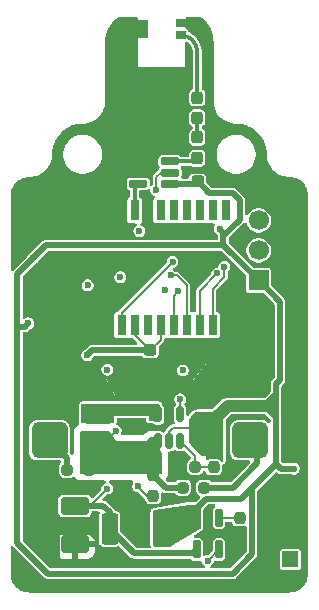
<source format=gbl>
G04 #@! TF.GenerationSoftware,KiCad,Pcbnew,9.0.3-9.0.3-0~ubuntu24.04.1*
G04 #@! TF.CreationDate,2025-08-01T09:32:50+02:00*
G04 #@! TF.ProjectId,PicoBalloon,5069636f-4261-46c6-9c6f-6f6e2e6b6963,rev?*
G04 #@! TF.SameCoordinates,Original*
G04 #@! TF.FileFunction,Copper,L4,Bot*
G04 #@! TF.FilePolarity,Positive*
%FSLAX46Y46*%
G04 Gerber Fmt 4.6, Leading zero omitted, Abs format (unit mm)*
G04 Created by KiCad (PCBNEW 9.0.3-9.0.3-0~ubuntu24.04.1) date 2025-08-01 09:32:50*
%MOMM*%
%LPD*%
G01*
G04 APERTURE LIST*
G04 Aperture macros list*
%AMRoundRect*
0 Rectangle with rounded corners*
0 $1 Rounding radius*
0 $2 $3 $4 $5 $6 $7 $8 $9 X,Y pos of 4 corners*
0 Add a 4 corners polygon primitive as box body*
4,1,4,$2,$3,$4,$5,$6,$7,$8,$9,$2,$3,0*
0 Add four circle primitives for the rounded corners*
1,1,$1+$1,$2,$3*
1,1,$1+$1,$4,$5*
1,1,$1+$1,$6,$7*
1,1,$1+$1,$8,$9*
0 Add four rect primitives between the rounded corners*
20,1,$1+$1,$2,$3,$4,$5,0*
20,1,$1+$1,$4,$5,$6,$7,0*
20,1,$1+$1,$6,$7,$8,$9,0*
20,1,$1+$1,$8,$9,$2,$3,0*%
%AMOutline4P*
0 Free polygon, 4 corners , with rotation*
0 The origin of the aperture is its center*
0 number of corners: always 4*
0 $1 to $8 corner X, Y*
0 $9 Rotation angle, in degrees counterclockwise*
0 create outline with 4 corners*
4,1,4,$1,$2,$3,$4,$5,$6,$7,$8,$1,$2,$9*%
G04 Aperture macros list end*
G04 #@! TA.AperFunction,ComponentPad*
%ADD10R,1.700000X1.700000*%
G04 #@! TD*
G04 #@! TA.AperFunction,ComponentPad*
%ADD11C,1.700000*%
G04 #@! TD*
G04 #@! TA.AperFunction,ComponentPad*
%ADD12R,1.350000X1.350000*%
G04 #@! TD*
G04 #@! TA.AperFunction,ComponentPad*
%ADD13C,1.350000*%
G04 #@! TD*
G04 #@! TA.AperFunction,SMDPad,CuDef*
%ADD14RoundRect,0.150000X-0.150000X0.512500X-0.150000X-0.512500X0.150000X-0.512500X0.150000X0.512500X0*%
G04 #@! TD*
G04 #@! TA.AperFunction,SMDPad,CuDef*
%ADD15RoundRect,0.237500X0.250000X0.237500X-0.250000X0.237500X-0.250000X-0.237500X0.250000X-0.237500X0*%
G04 #@! TD*
G04 #@! TA.AperFunction,SMDPad,CuDef*
%ADD16RoundRect,0.237500X-0.237500X0.250000X-0.237500X-0.250000X0.237500X-0.250000X0.237500X0.250000X0*%
G04 #@! TD*
G04 #@! TA.AperFunction,SMDPad,CuDef*
%ADD17RoundRect,0.237500X0.237500X-0.287500X0.237500X0.287500X-0.237500X0.287500X-0.237500X-0.287500X0*%
G04 #@! TD*
G04 #@! TA.AperFunction,SMDPad,CuDef*
%ADD18RoundRect,0.237500X0.300000X0.237500X-0.300000X0.237500X-0.300000X-0.237500X0.300000X-0.237500X0*%
G04 #@! TD*
G04 #@! TA.AperFunction,SMDPad,CuDef*
%ADD19Outline4P,-0.400000X-0.325000X0.400000X-0.325000X0.400000X0.325000X-0.400000X0.325000X0.000000*%
G04 #@! TD*
G04 #@! TA.AperFunction,SMDPad,CuDef*
%ADD20Outline4P,-0.400000X-0.800000X0.400000X-0.800000X0.400000X0.800000X-0.400000X0.800000X0.000000*%
G04 #@! TD*
G04 #@! TA.AperFunction,SMDPad,CuDef*
%ADD21RoundRect,0.162500X-0.162500X0.617500X-0.162500X-0.617500X0.162500X-0.617500X0.162500X0.617500X0*%
G04 #@! TD*
G04 #@! TA.AperFunction,SMDPad,CuDef*
%ADD22RoundRect,0.250000X0.475000X-0.337500X0.475000X0.337500X-0.475000X0.337500X-0.475000X-0.337500X0*%
G04 #@! TD*
G04 #@! TA.AperFunction,SMDPad,CuDef*
%ADD23RoundRect,0.237500X-0.250000X-0.237500X0.250000X-0.237500X0.250000X0.237500X-0.250000X0.237500X0*%
G04 #@! TD*
G04 #@! TA.AperFunction,SMDPad,CuDef*
%ADD24RoundRect,0.450000X-1.050000X1.050000X-1.050000X-1.050000X1.050000X-1.050000X1.050000X1.050000X0*%
G04 #@! TD*
G04 #@! TA.AperFunction,SMDPad,CuDef*
%ADD25R,0.800000X1.800000*%
G04 #@! TD*
G04 #@! TA.AperFunction,SMDPad,CuDef*
%ADD26RoundRect,0.249999X0.450001X1.075001X-0.450001X1.075001X-0.450001X-1.075001X0.450001X-1.075001X0*%
G04 #@! TD*
G04 #@! TA.AperFunction,SMDPad,CuDef*
%ADD27RoundRect,0.250001X-0.944999X0.507499X-0.944999X-0.507499X0.944999X-0.507499X0.944999X0.507499X0*%
G04 #@! TD*
G04 #@! TA.AperFunction,SMDPad,CuDef*
%ADD28RoundRect,0.237500X0.237500X-0.300000X0.237500X0.300000X-0.237500X0.300000X-0.237500X-0.300000X0*%
G04 #@! TD*
G04 #@! TA.AperFunction,SMDPad,CuDef*
%ADD29RoundRect,0.162500X-0.617500X-0.162500X0.617500X-0.162500X0.617500X0.162500X-0.617500X0.162500X0*%
G04 #@! TD*
G04 #@! TA.AperFunction,SMDPad,CuDef*
%ADD30RoundRect,0.250001X0.849999X-0.462499X0.849999X0.462499X-0.849999X0.462499X-0.849999X-0.462499X0*%
G04 #@! TD*
G04 #@! TA.AperFunction,ViaPad*
%ADD31C,0.600000*%
G04 #@! TD*
G04 #@! TA.AperFunction,Conductor*
%ADD32C,0.354575*%
G04 #@! TD*
G04 #@! TA.AperFunction,Conductor*
%ADD33C,0.200000*%
G04 #@! TD*
G04 #@! TA.AperFunction,Conductor*
%ADD34C,0.500000*%
G04 #@! TD*
G04 #@! TA.AperFunction,Conductor*
%ADD35C,1.000000*%
G04 #@! TD*
G04 APERTURE END LIST*
D10*
G04 #@! TO.P,J4,1,Pin_1*
G04 #@! TO.N,+3V3*
X159200000Y-101080000D03*
D11*
G04 #@! TO.P,J4,2,Pin_2*
G04 #@! TO.N,/SWDIO*
X159200000Y-98540000D03*
G04 #@! TO.P,J4,3,Pin_3*
G04 #@! TO.N,/SWCLK*
X159200000Y-96000000D03*
G04 #@! TO.P,J4,4,Pin_4*
G04 #@! TO.N,GND*
X159200000Y-93460000D03*
G04 #@! TD*
D12*
G04 #@! TO.P,J3,1,Pin_1*
G04 #@! TO.N,Net-(J3-Pin_1)*
X161900000Y-124700000D03*
D13*
G04 #@! TO.P,J3,2,Pin_2*
G04 #@! TO.N,GND*
X161900000Y-122700000D03*
G04 #@! TD*
D14*
G04 #@! TO.P,U5,1,SW*
G04 #@! TO.N,Net-(U5-SW)*
X150661000Y-112414000D03*
G04 #@! TO.P,U5,2,GND*
G04 #@! TO.N,GND*
X151611000Y-112414000D03*
G04 #@! TO.P,U5,3,EN*
G04 #@! TO.N,/BOOST_EN*
X152561000Y-112414000D03*
G04 #@! TO.P,U5,4,V_{FB}*
G04 #@! TO.N,Net-(U5-V_{FB})*
X152561000Y-114689000D03*
G04 #@! TO.P,U5,5,V_{OUT}*
G04 #@! TO.N,+3V3*
X151611000Y-114689000D03*
G04 #@! TO.P,U5,6,V_{IN}*
G04 #@! TO.N,/V_SOLAR*
X150661000Y-114689000D03*
G04 #@! TD*
D15*
G04 #@! TO.P,R2,1*
G04 #@! TO.N,Net-(J2-Pin_2)*
X154615500Y-118621000D03*
G04 #@! TO.P,R2,2*
G04 #@! TO.N,/V_SOLAR*
X152790500Y-118621000D03*
G04 #@! TD*
D16*
G04 #@! TO.P,R11,1*
G04 #@! TO.N,Net-(U6-Set)*
X157600000Y-121187500D03*
G04 #@! TO.P,R11,2*
G04 #@! TO.N,GND*
X157600000Y-123012500D03*
G04 #@! TD*
D17*
G04 #@! TO.P,L1,1*
G04 #@! TO.N,Net-(U2-RF_OUT)*
X154000000Y-90720000D03*
G04 #@! TO.P,L1,2*
G04 #@! TO.N,Net-(C5-Pad1)*
X154000000Y-88970000D03*
G04 #@! TD*
D18*
G04 #@! TO.P,C2,1*
G04 #@! TO.N,GND*
X155762500Y-92700000D03*
G04 #@! TO.P,C2,2*
G04 #@! TO.N,+3V3*
X154037500Y-92700000D03*
G04 #@! TD*
D16*
G04 #@! TO.P,R8,1*
G04 #@! TO.N,+3V3*
X155403000Y-115057500D03*
G04 #@! TO.P,R8,2*
G04 #@! TO.N,Net-(U5-V_{FB})*
X155403000Y-116882500D03*
G04 #@! TD*
D15*
G04 #@! TO.P,R9,1*
G04 #@! TO.N,Net-(U5-V_{FB})*
X153831000Y-116859000D03*
G04 #@! TO.P,R9,2*
G04 #@! TO.N,GND*
X152006000Y-116859000D03*
G04 #@! TD*
D19*
G04 #@! TO.P,AE1,1,FEED*
G04 #@! TO.N,Net-(AE1-FEED)*
X152600000Y-80300000D03*
D20*
G04 #@! TO.P,AE1,2,PCB_Trace*
G04 #@! TO.N,GND*
X149400000Y-79800000D03*
D19*
X152600000Y-79300000D03*
G04 #@! TD*
D21*
G04 #@! TO.P,U6,1,Vout*
G04 #@! TO.N,+3V3*
X153950000Y-121150000D03*
G04 #@! TO.P,U6,2,Gnd*
G04 #@! TO.N,GND*
X154900000Y-121150000D03*
G04 #@! TO.P,U6,3,Set*
G04 #@! TO.N,Net-(U6-Set)*
X155850000Y-121150000D03*
G04 #@! TO.P,U6,4,Enable*
G04 #@! TO.N,/SUPERCAP_EN*
X155850000Y-123850000D03*
G04 #@! TO.P,U6,5,Vin*
G04 #@! TO.N,/V_SUPERCAP_SENSE*
X153950000Y-123850000D03*
G04 #@! TD*
D22*
G04 #@! TO.P,C13,1*
G04 #@! TO.N,/V_SOLAR*
X148436000Y-115589000D03*
G04 #@! TO.P,C13,2*
G04 #@! TO.N,GND*
X148436000Y-113514000D03*
G04 #@! TD*
D16*
G04 #@! TO.P,R7,1*
G04 #@! TO.N,/V_SOLAR*
X150275000Y-117508500D03*
G04 #@! TO.P,R7,2*
G04 #@! TO.N,/BOOST_EN*
X150275000Y-119333500D03*
G04 #@! TD*
D23*
G04 #@! TO.P,R1,1*
G04 #@! TO.N,Net-(J1-Pin_2)*
X142987500Y-117100000D03*
G04 #@! TO.P,R1,2*
G04 #@! TO.N,/V_SOLAR*
X144812500Y-117100000D03*
G04 #@! TD*
D24*
G04 #@! TO.P,J2,1,Pin_1*
G04 #@! TO.N,GND*
X158500000Y-108621000D03*
G04 #@! TO.P,J2,2,Pin_2*
G04 #@! TO.N,Net-(J2-Pin_2)*
X158500000Y-114621000D03*
G04 #@! TD*
D25*
G04 #@! TO.P,U1,1,GND*
G04 #@! TO.N,GND*
X156400000Y-104850000D03*
G04 #@! TO.P,U1,2,TXD0*
G04 #@! TO.N,/GPS_TX*
X155300000Y-104850000D03*
G04 #@! TO.P,U1,3,RXD0*
G04 #@! TO.N,/GPS_RX*
X154200000Y-104850000D03*
G04 #@! TO.P,U1,4,1_PPS*
G04 #@! TO.N,/1PPS*
X153100000Y-104850000D03*
G04 #@! TO.P,U1,5,ON/OFF*
G04 #@! TO.N,/GPS_ONOFF*
X152000000Y-104850000D03*
G04 #@! TO.P,U1,6,VBAT*
G04 #@! TO.N,+3V3*
X150900000Y-104850000D03*
G04 #@! TO.P,U1,7,Reserved*
G04 #@! TO.N,unconnected-(U1-Reserved-Pad7)*
X149800000Y-104850000D03*
G04 #@! TO.P,U1,8,VCC*
G04 #@! TO.N,+3V3*
X148700000Y-104850000D03*
G04 #@! TO.P,U1,9,~{RESET}*
G04 #@! TO.N,/~{GPS_RESET}*
X147600000Y-104850000D03*
G04 #@! TO.P,U1,10,GND*
G04 #@! TO.N,GND*
X147600000Y-95150000D03*
G04 #@! TO.P,U1,11,RF_IN*
G04 #@! TO.N,Net-(U1-RF_IN)*
X148700000Y-95150000D03*
G04 #@! TO.P,U1,12,GND*
G04 #@! TO.N,GND*
X149800000Y-95150000D03*
G04 #@! TO.P,U1,13,Reserved*
G04 #@! TO.N,unconnected-(U1-Reserved-Pad13)*
X150900000Y-95150000D03*
G04 #@! TO.P,U1,14,VCC_RF*
G04 #@! TO.N,unconnected-(U1-VCC_RF-Pad14)*
X152000000Y-95150000D03*
G04 #@! TO.P,U1,15,Reserved*
G04 #@! TO.N,unconnected-(U1-Reserved-Pad15)*
X153100000Y-95150000D03*
G04 #@! TO.P,U1,16,SDA*
G04 #@! TO.N,unconnected-(U1-SDA-Pad16)*
X154200000Y-95150000D03*
G04 #@! TO.P,U1,17,SCL*
G04 #@! TO.N,unconnected-(U1-SCL-Pad17)*
X155300000Y-95150000D03*
G04 #@! TO.P,U1,18,Reserved*
G04 #@! TO.N,unconnected-(U1-Reserved-Pad18)*
X156400000Y-95150000D03*
G04 #@! TD*
D26*
G04 #@! TO.P,R10,1*
G04 #@! TO.N,+3V3*
X151384000Y-122100000D03*
G04 #@! TO.P,R10,2*
G04 #@! TO.N,/V_SUPERCAP_SENSE*
X146584000Y-122100000D03*
G04 #@! TD*
D27*
G04 #@! TO.P,C15,1*
G04 #@! TO.N,/V_SUPERCAP_SENSE*
X143650000Y-120172500D03*
G04 #@! TO.P,C15,2*
G04 #@! TO.N,GND*
X143650000Y-123427500D03*
G04 #@! TD*
D22*
G04 #@! TO.P,C14,1*
G04 #@! TO.N,+3V3*
X154403000Y-113158500D03*
G04 #@! TO.P,C14,2*
G04 #@! TO.N,GND*
X154403000Y-111083500D03*
G04 #@! TD*
D28*
G04 #@! TO.P,C5,1*
G04 #@! TO.N,Net-(C5-Pad1)*
X154000000Y-87332500D03*
G04 #@! TO.P,C5,2*
G04 #@! TO.N,Net-(AE1-FEED)*
X154000000Y-85607500D03*
G04 #@! TD*
D29*
G04 #@! TO.P,U2,1,RF_IN*
G04 #@! TO.N,Net-(U1-RF_IN)*
X149000000Y-92900000D03*
G04 #@! TO.P,U2,2,GND*
G04 #@! TO.N,GND*
X149000000Y-91950000D03*
G04 #@! TO.P,U2,3,GND*
X149000000Y-91000000D03*
G04 #@! TO.P,U2,4,RF_OUT*
G04 #@! TO.N,Net-(U2-RF_OUT)*
X151700000Y-91000000D03*
G04 #@! TO.P,U2,5,~{SHDN}*
G04 #@! TO.N,/~{LNA_SHDN}*
X151700000Y-91950000D03*
G04 #@! TO.P,U2,6,VDD*
G04 #@! TO.N,+3V3*
X151700000Y-92900000D03*
G04 #@! TD*
D18*
G04 #@! TO.P,C1,1*
G04 #@! TO.N,GND*
X151725000Y-107000000D03*
G04 #@! TO.P,C1,2*
G04 #@! TO.N,+3V3*
X150000000Y-107000000D03*
G04 #@! TD*
D30*
G04 #@! TO.P,L2,1*
G04 #@! TO.N,/V_SOLAR*
X145576000Y-114846500D03*
G04 #@! TO.P,L2,2*
G04 #@! TO.N,Net-(U5-SW)*
X145576000Y-112521500D03*
G04 #@! TD*
D24*
G04 #@! TO.P,J1,1,Pin_1*
G04 #@! TO.N,GND*
X141500000Y-108621000D03*
G04 #@! TO.P,J1,2,Pin_2*
G04 #@! TO.N,Net-(J1-Pin_2)*
X141500000Y-114621000D03*
G04 #@! TD*
D31*
G04 #@! TO.N,GND*
X161938000Y-109644000D03*
X161938000Y-108628000D03*
X161938000Y-107612000D03*
X144666000Y-94150000D03*
X144158000Y-94658000D03*
X143650000Y-95166000D03*
X138824000Y-98468000D03*
X139332000Y-97960000D03*
X139840000Y-97452000D03*
X140348000Y-96944000D03*
X140094000Y-100500000D03*
X140094000Y-101516000D03*
X140094000Y-102532000D03*
X140094000Y-103548000D03*
X139840000Y-106596000D03*
X151524000Y-109390000D03*
X147460000Y-120058000D03*
X148476000Y-122344000D03*
X148476000Y-121328000D03*
G04 #@! TO.N,/V_SUPERCAP_SENSE*
X146400000Y-108628000D03*
G04 #@! TO.N,GND*
X142888000Y-105580000D03*
X141872000Y-105580000D03*
X145575000Y-109400000D03*
X154800000Y-84300000D03*
X149746000Y-113454000D03*
X148500000Y-81800000D03*
X144920000Y-110406000D03*
X154826000Y-109898000D03*
X148600000Y-83500000D03*
X148500000Y-81000000D03*
X155100000Y-87100000D03*
X151400000Y-83500000D03*
X150300000Y-97000000D03*
X152900000Y-85200000D03*
X155588000Y-109390000D03*
X155100000Y-85000000D03*
X153800000Y-79800000D03*
X152900000Y-88900000D03*
X150400000Y-83500000D03*
X147714000Y-92626000D03*
X147460000Y-91864000D03*
X152900000Y-87400000D03*
X154900000Y-123800000D03*
X144666000Y-125138000D03*
X154800000Y-81800000D03*
X153100000Y-84500000D03*
X140856000Y-95928000D03*
X148500000Y-79400000D03*
X155588000Y-108628000D03*
X161430000Y-111676000D03*
X152794000Y-116248000D03*
X154400000Y-80300000D03*
X156350000Y-107866000D03*
X145936000Y-124376000D03*
X155000000Y-88200000D03*
X148500000Y-80200000D03*
X154064000Y-109898000D03*
X151400000Y-89900000D03*
X154800000Y-83500000D03*
X145682000Y-105580000D03*
X152900000Y-89600000D03*
X155100000Y-85700000D03*
X155100000Y-90400000D03*
X156350000Y-108628000D03*
X152200000Y-89900000D03*
X155100000Y-89700000D03*
X144920000Y-93134000D03*
X153100000Y-83800000D03*
X149500000Y-83500000D03*
X146444000Y-125138000D03*
X152900000Y-88200000D03*
X147700000Y-96900000D03*
X161938000Y-119042000D03*
X155100000Y-86400000D03*
X141872000Y-104310000D03*
X154800000Y-82700000D03*
X153048000Y-109898000D03*
X155100000Y-89000000D03*
X154800000Y-81000000D03*
X152900000Y-86000000D03*
X152900000Y-86700000D03*
X152300000Y-83500000D03*
X153048000Y-96944000D03*
X148500000Y-82600000D03*
X145682000Y-125138000D03*
X157800000Y-103000000D03*
X160600000Y-123800000D03*
X160600000Y-125800000D03*
G04 #@! TO.N,/V_SOLAR*
X147100000Y-113800000D03*
X147500000Y-100800000D03*
G04 #@! TO.N,+3V3*
X155900000Y-96700000D03*
X139700000Y-104700000D03*
X144700000Y-107400000D03*
X140100000Y-99200000D03*
X162192000Y-117010000D03*
G04 #@! TO.N,/V_SUPERCAP_SENSE*
X146400000Y-118700000D03*
X144734916Y-101487500D03*
G04 #@! TO.N,/BOOST_EN*
X152561000Y-111144000D03*
X149000000Y-118500000D03*
X152794000Y-108700000D03*
X151270000Y-101900000D03*
G04 #@! TO.N,/SUPERCAP_EN*
X149100000Y-96900000D03*
X154900000Y-124800000D03*
G04 #@! TO.N,/~{GPS_RESET}*
X151913265Y-99500000D03*
G04 #@! TO.N,/~{LNA_SHDN}*
X150533489Y-93433317D03*
G04 #@! TO.N,/GPS_RX*
X155700000Y-100487500D03*
G04 #@! TO.N,/GPS_ONOFF*
X152400000Y-102000000D03*
G04 #@! TO.N,/1PPS*
X151757780Y-100658613D03*
G04 #@! TO.N,/GPS_TX*
X156300000Y-99929018D03*
G04 #@! TD*
D32*
G04 #@! TO.N,Net-(AE1-FEED)*
X154000000Y-85607500D02*
X154000000Y-81700000D01*
X154000000Y-81700000D02*
G75*
G03*
X152600000Y-80300000I-1400000J0D01*
G01*
D33*
G04 #@! TO.N,GND*
X147600000Y-95150000D02*
X147600000Y-96800000D01*
X158440000Y-92700000D02*
X159200000Y-93460000D01*
X149000000Y-91950000D02*
X148390000Y-91950000D01*
D34*
X149800000Y-96500000D02*
X150300000Y-97000000D01*
X156400000Y-104400000D02*
X157800000Y-103000000D01*
D33*
X151725000Y-107000000D02*
X151725000Y-108500000D01*
X152006000Y-116859000D02*
X152183000Y-116859000D01*
X151725000Y-108575000D02*
X153048000Y-109898000D01*
X155395000Y-122405000D02*
X154900000Y-122900000D01*
X155762500Y-92700000D02*
X158440000Y-92700000D01*
X157600000Y-123012500D02*
X156992500Y-122405000D01*
X156992500Y-122405000D02*
X155395000Y-122405000D01*
D34*
X156400000Y-104850000D02*
X156400000Y-104400000D01*
D33*
X149000000Y-91000000D02*
X149000000Y-91950000D01*
X148324000Y-91000000D02*
X147460000Y-91864000D01*
X155395000Y-122405000D02*
X154900000Y-121910000D01*
X148390000Y-91950000D02*
X147714000Y-92626000D01*
X149000000Y-91000000D02*
X148324000Y-91000000D01*
X154900000Y-121910000D02*
X154900000Y-121150000D01*
X147600000Y-96800000D02*
X147700000Y-96900000D01*
X154900000Y-122900000D02*
X154900000Y-123800000D01*
X152183000Y-116859000D02*
X152794000Y-116248000D01*
X151725000Y-108500000D02*
X151725000Y-108575000D01*
D34*
X149800000Y-95150000D02*
X149800000Y-96500000D01*
D33*
G04 #@! TO.N,/V_SOLAR*
X146053500Y-114846500D02*
X147100000Y-113800000D01*
D34*
X152790500Y-118621000D02*
X151387500Y-118621000D01*
X151387500Y-118621000D02*
X150275000Y-117508500D01*
D33*
X145576000Y-114846500D02*
X146053500Y-114846500D01*
D34*
G04 #@! TO.N,+3V3*
X156220000Y-97020000D02*
X155900000Y-96700000D01*
D33*
X151611000Y-113872000D02*
X151611000Y-114689000D01*
D34*
X160679000Y-112679000D02*
X159700000Y-111700000D01*
X161068000Y-117010000D02*
X160679000Y-116621000D01*
X156220000Y-98100000D02*
X141200000Y-98100000D01*
X141400000Y-125900000D02*
X138781000Y-123281000D01*
X138781000Y-105000000D02*
X139400000Y-105000000D01*
X157600000Y-94300000D02*
X157000000Y-93700000D01*
D35*
X156586500Y-111700000D02*
X159700000Y-111700000D01*
D33*
X150900000Y-106100000D02*
X150900000Y-104850000D01*
D34*
X161000000Y-102880000D02*
X159200000Y-101080000D01*
X160679000Y-112900000D02*
X160679000Y-110800000D01*
X160679000Y-109823396D02*
X161000000Y-109502396D01*
X139400000Y-105000000D02*
X139700000Y-104700000D01*
X153950000Y-120370001D02*
X154773001Y-119547000D01*
X156220000Y-97300000D02*
X157600000Y-95920000D01*
X160600000Y-110800000D02*
X159700000Y-111700000D01*
X144700000Y-107400000D02*
X145100000Y-107000000D01*
D35*
X159700000Y-111700000D02*
X160200000Y-111700000D01*
D33*
X148700000Y-105700000D02*
X148700000Y-104850000D01*
D34*
X138781000Y-100519000D02*
X140100000Y-99200000D01*
X153837500Y-92900000D02*
X151700000Y-92900000D01*
X158650000Y-118650000D02*
X158650000Y-124250000D01*
X159200000Y-101080000D02*
X156220000Y-98100000D01*
D35*
X155128000Y-113158500D02*
X156586500Y-111700000D01*
D34*
X156220000Y-98100000D02*
X156220000Y-97300000D01*
D33*
X150000000Y-107000000D02*
X148700000Y-105700000D01*
D34*
X145100000Y-107000000D02*
X150000000Y-107000000D01*
X157753000Y-119547000D02*
X158650000Y-118650000D01*
X158650000Y-124250000D02*
X157000000Y-125900000D01*
X158650000Y-118650000D02*
X160679000Y-116621000D01*
X162192000Y-117010000D02*
X161068000Y-117010000D01*
D33*
X151926000Y-113557000D02*
X151611000Y-113872000D01*
D34*
X138781000Y-105000000D02*
X138781000Y-100519000D01*
X138781000Y-123281000D02*
X138781000Y-105000000D01*
X160679000Y-112900000D02*
X160679000Y-112679000D01*
X141200000Y-98100000D02*
X140100000Y-99200000D01*
X155037500Y-93700000D02*
X154037500Y-92700000D01*
X161000000Y-109502396D02*
X161000000Y-102880000D01*
X160679000Y-110800000D02*
X160679000Y-111221000D01*
D33*
X150000000Y-107000000D02*
X150900000Y-106100000D01*
D35*
X154403000Y-113158500D02*
X155128000Y-113158500D01*
D34*
X156220000Y-97300000D02*
X156220000Y-97020000D01*
X160679000Y-111221000D02*
X160200000Y-111700000D01*
X154773001Y-119547000D02*
X157753000Y-119547000D01*
X157600000Y-95920000D02*
X157600000Y-94300000D01*
X157000000Y-125900000D02*
X141400000Y-125900000D01*
X153950000Y-121150000D02*
X153950000Y-120370001D01*
X160679000Y-110800000D02*
X160679000Y-109823396D01*
X160679000Y-110800000D02*
X160600000Y-110800000D01*
X154037500Y-92700000D02*
X153837500Y-92900000D01*
X160679000Y-116621000D02*
X160679000Y-112900000D01*
X157000000Y-93700000D02*
X155037500Y-93700000D01*
D33*
X153534000Y-113557000D02*
X151926000Y-113557000D01*
D32*
G04 #@! TO.N,Net-(C5-Pad1)*
X154000000Y-88970000D02*
X154000000Y-87332500D01*
D34*
G04 #@! TO.N,Net-(J1-Pin_2)*
X142987500Y-116108500D02*
X141500000Y-114621000D01*
X142987500Y-117100000D02*
X142987500Y-116108500D01*
D32*
G04 #@! TO.N,Net-(U2-RF_OUT)*
X151700000Y-91000000D02*
X153720000Y-91000000D01*
X153720000Y-91000000D02*
G75*
G03*
X154000000Y-90720000I0J280000D01*
G01*
D34*
G04 #@! TO.N,/V_SUPERCAP_SENSE*
X146584000Y-122100000D02*
X146584000Y-120706000D01*
X148658999Y-124174999D02*
X146584000Y-122100000D01*
X153950000Y-123850000D02*
X153625001Y-124174999D01*
X146050500Y-120172500D02*
X143650000Y-120172500D01*
X153625001Y-124174999D02*
X148658999Y-124174999D01*
D33*
X144927500Y-120172500D02*
X143650000Y-120172500D01*
D34*
X146584000Y-120706000D02*
X146050500Y-120172500D01*
D33*
X146400000Y-118700000D02*
X144927500Y-120172500D01*
G04 #@! TO.N,Net-(U6-Set)*
X155887500Y-121187500D02*
X155850000Y-121150000D01*
X157600000Y-121187500D02*
X155887500Y-121187500D01*
G04 #@! TO.N,/BOOST_EN*
X149733500Y-119333500D02*
X150275000Y-119333500D01*
X149000000Y-118500000D02*
X149000000Y-118600000D01*
X149000000Y-118600000D02*
X149733500Y-119333500D01*
X152561000Y-112414000D02*
X152561000Y-111144000D01*
G04 #@! TO.N,/SUPERCAP_EN*
X154900000Y-124800000D02*
X155850000Y-123850000D01*
G04 #@! TO.N,/~{GPS_RESET}*
X147600000Y-103813265D02*
X151913265Y-99500000D01*
X147600000Y-104850000D02*
X147600000Y-103813265D01*
G04 #@! TO.N,Net-(U5-V_{FB})*
X153831000Y-115959000D02*
X152561000Y-114689000D01*
X153854500Y-116882500D02*
X153831000Y-116859000D01*
X153831000Y-116859000D02*
X153831000Y-115959000D01*
X155403000Y-116882500D02*
X153854500Y-116882500D01*
G04 #@! TO.N,/~{LNA_SHDN}*
X150533489Y-92336512D02*
X150920001Y-91950000D01*
X150920001Y-91950000D02*
X151700000Y-91950000D01*
X150533489Y-93433317D02*
X150533489Y-92336512D01*
D32*
G04 #@! TO.N,Net-(U1-RF_IN)*
X148700000Y-95150000D02*
X148700000Y-93200000D01*
X148700000Y-93200000D02*
G75*
G02*
X149000000Y-92900000I300000J0D01*
G01*
D33*
G04 #@! TO.N,/GPS_RX*
X155700000Y-100487500D02*
X154200000Y-101987500D01*
X154200000Y-101987500D02*
X154200000Y-104850000D01*
G04 #@! TO.N,/GPS_ONOFF*
X152000000Y-102400000D02*
X152000000Y-104850000D01*
X152400000Y-102000000D02*
X152000000Y-102400000D01*
G04 #@! TO.N,/1PPS*
X152258613Y-100658613D02*
X153100000Y-101500000D01*
X153100000Y-101500000D02*
X153100000Y-104850000D01*
X151757780Y-100658613D02*
X152258613Y-100658613D01*
G04 #@! TO.N,/GPS_TX*
X156300000Y-100800000D02*
X155300000Y-101800000D01*
X155300000Y-101800000D02*
X155300000Y-104850000D01*
X156300000Y-99929018D02*
X156300000Y-100800000D01*
D34*
G04 #@! TO.N,Net-(J2-Pin_2)*
X159103000Y-114821000D02*
X159103000Y-116521000D01*
X157003000Y-118621000D02*
X154615500Y-118621000D01*
X159103000Y-116521000D02*
X157003000Y-118621000D01*
G04 #@! TD*
G04 #@! TA.AperFunction,Conductor*
G04 #@! TO.N,GND*
G36*
X159906000Y-110330000D02*
G01*
X155609000Y-110330000D01*
X153556000Y-109644000D01*
X155334000Y-107358000D01*
X159906000Y-107358000D01*
X159906000Y-110330000D01*
G37*
G04 #@! TD.AperFunction*
G04 #@! TD*
G04 #@! TA.AperFunction,Conductor*
G04 #@! TO.N,+3V3*
G36*
X155966674Y-112160402D02*
G01*
X155987928Y-112166122D01*
X156036389Y-112179165D01*
X156080895Y-112204993D01*
X156127122Y-112251530D01*
X156148475Y-112283719D01*
X156182331Y-112366232D01*
X156188908Y-112390999D01*
X156202167Y-112492582D01*
X156203000Y-112505395D01*
X156203000Y-116356206D01*
X156184093Y-116414397D01*
X156134593Y-116450361D01*
X156073407Y-116450361D01*
X156024345Y-116414994D01*
X155953715Y-116319294D01*
X155953713Y-116319292D01*
X155953711Y-116319289D01*
X155953706Y-116319285D01*
X155847476Y-116240884D01*
X155722852Y-116197276D01*
X155722851Y-116197275D01*
X155722849Y-116197275D01*
X155722847Y-116197274D01*
X155722844Y-116197274D01*
X155693266Y-116194500D01*
X155693256Y-116194500D01*
X155112744Y-116194500D01*
X155112733Y-116194500D01*
X155083155Y-116197274D01*
X155083147Y-116197276D01*
X154958523Y-116240884D01*
X154928788Y-116262830D01*
X154870740Y-116282172D01*
X154812410Y-116263700D01*
X154776077Y-116214471D01*
X154771000Y-116183175D01*
X154771000Y-115970001D01*
X154771000Y-115970000D01*
X154770999Y-115970000D01*
X154562128Y-115970000D01*
X154547951Y-115968980D01*
X154436059Y-115952790D01*
X154408868Y-115944753D01*
X154312696Y-115900520D01*
X154288899Y-115885105D01*
X154203792Y-115810690D01*
X154193791Y-115800590D01*
X153520599Y-115015199D01*
X153515194Y-115008297D01*
X153420047Y-114875034D01*
X153411170Y-114859935D01*
X153407519Y-114852237D01*
X153342880Y-114715960D01*
X153336807Y-114699543D01*
X153294959Y-114545789D01*
X153291873Y-114528549D01*
X153277388Y-114365443D01*
X153277000Y-114356686D01*
X153277000Y-113161861D01*
X153277477Y-113152157D01*
X153295259Y-112971613D01*
X153299045Y-112952579D01*
X153350293Y-112783635D01*
X153357711Y-112765727D01*
X153440938Y-112610020D01*
X153451707Y-112593902D01*
X153563710Y-112457426D01*
X153577426Y-112443710D01*
X153713902Y-112331707D01*
X153730020Y-112320938D01*
X153885727Y-112237711D01*
X153903634Y-112230293D01*
X153961430Y-112212761D01*
X153990164Y-112208500D01*
X155292843Y-112208500D01*
X155360716Y-112196968D01*
X155400173Y-112172174D01*
X155452845Y-112157000D01*
X155940945Y-112157000D01*
X155966674Y-112160402D01*
G37*
G04 #@! TD.AperFunction*
G04 #@! TD*
G04 #@! TA.AperFunction,Conductor*
G04 #@! TO.N,GND*
G36*
X148943039Y-78819685D02*
G01*
X148988794Y-78872489D01*
X149000000Y-78924000D01*
X149000000Y-83000000D01*
X153000000Y-83000000D01*
X153000000Y-80975141D01*
X153003243Y-80964094D01*
X153002058Y-80952641D01*
X153012909Y-80931174D01*
X153019685Y-80908102D01*
X153028385Y-80900562D01*
X153033581Y-80890286D01*
X153054315Y-80878094D01*
X153072489Y-80862347D01*
X153083883Y-80860708D01*
X153093810Y-80854872D01*
X153117841Y-80855825D01*
X153141647Y-80852403D01*
X153153913Y-80857257D01*
X153163625Y-80857643D01*
X153195121Y-80873565D01*
X153248179Y-80910716D01*
X153264737Y-80924610D01*
X153375388Y-81035261D01*
X153389282Y-81051819D01*
X153479039Y-81180006D01*
X153489846Y-81198725D01*
X153555980Y-81340551D01*
X153563373Y-81360861D01*
X153603875Y-81512016D01*
X153607628Y-81533302D01*
X153621741Y-81694605D01*
X153622213Y-81705413D01*
X153622213Y-84805921D01*
X153602528Y-84872960D01*
X153562516Y-84909709D01*
X153563001Y-84910366D01*
X153556893Y-84914873D01*
X153556157Y-84915550D01*
X153555522Y-84915885D01*
X153449289Y-84994288D01*
X153449288Y-84994289D01*
X153370884Y-85100523D01*
X153327274Y-85225150D01*
X153324500Y-85254739D01*
X153324500Y-85960260D01*
X153327274Y-85989849D01*
X153370884Y-86114476D01*
X153449288Y-86220710D01*
X153449289Y-86220711D01*
X153555523Y-86299115D01*
X153555524Y-86299115D01*
X153555525Y-86299116D01*
X153680151Y-86342725D01*
X153680150Y-86342725D01*
X153709740Y-86345500D01*
X153709744Y-86345500D01*
X154290260Y-86345500D01*
X154319849Y-86342725D01*
X154444475Y-86299116D01*
X154550711Y-86220711D01*
X154629116Y-86114475D01*
X154672725Y-85989849D01*
X154675500Y-85960256D01*
X154675500Y-85254744D01*
X154672725Y-85225151D01*
X154629116Y-85100525D01*
X154550711Y-84994289D01*
X154550710Y-84994288D01*
X154444477Y-84915885D01*
X154443843Y-84915550D01*
X154443277Y-84914999D01*
X154436999Y-84910366D01*
X154437633Y-84909506D01*
X154393772Y-84866820D01*
X154377787Y-84805921D01*
X154377787Y-81572851D01*
X154377787Y-81572850D01*
X154341596Y-81321139D01*
X154269952Y-81077140D01*
X154269951Y-81077138D01*
X154269950Y-81077134D01*
X154164318Y-80845832D01*
X154164309Y-80845816D01*
X154026827Y-80631891D01*
X153860296Y-80439703D01*
X153668108Y-80273172D01*
X153454183Y-80135690D01*
X153454172Y-80135684D01*
X153272058Y-80052515D01*
X153219254Y-80006760D01*
X153203312Y-79960903D01*
X153201689Y-79961226D01*
X153188868Y-79896770D01*
X153188867Y-79896769D01*
X153144552Y-79830447D01*
X153078231Y-79786132D01*
X153076544Y-79785434D01*
X153073432Y-79782926D01*
X153068077Y-79779348D01*
X153068397Y-79778868D01*
X153022142Y-79741591D01*
X153000079Y-79675296D01*
X153000000Y-79670874D01*
X153000000Y-78924000D01*
X153019685Y-78856961D01*
X153072489Y-78811206D01*
X153124000Y-78800000D01*
X154285927Y-78800000D01*
X154305697Y-78805805D01*
X154326284Y-78806751D01*
X154349489Y-78818664D01*
X154352966Y-78819685D01*
X154357641Y-78822842D01*
X154415093Y-78863607D01*
X154425948Y-78872264D01*
X154632931Y-79057236D01*
X154642764Y-79067068D01*
X154827731Y-79274046D01*
X154836401Y-79284918D01*
X154997030Y-79511304D01*
X155004428Y-79523078D01*
X155138701Y-79766026D01*
X155144734Y-79778554D01*
X155250959Y-80035005D01*
X155255552Y-80048130D01*
X155332397Y-80314865D01*
X155335491Y-80328422D01*
X155381988Y-80602082D01*
X155383545Y-80615900D01*
X155398954Y-80890286D01*
X155399305Y-80896527D01*
X155399500Y-80903480D01*
X155399500Y-86024557D01*
X155399501Y-86024574D01*
X155432017Y-86271560D01*
X155432019Y-86271570D01*
X155479762Y-86449750D01*
X155496497Y-86512206D01*
X155496500Y-86512213D01*
X155591834Y-86742369D01*
X155591839Y-86742380D01*
X155716400Y-86958125D01*
X155868060Y-87155773D01*
X155868066Y-87155780D01*
X156044218Y-87331932D01*
X156044225Y-87331938D01*
X156088582Y-87365974D01*
X156241873Y-87483598D01*
X156457626Y-87608164D01*
X156687793Y-87703502D01*
X156928435Y-87767982D01*
X157175435Y-87800500D01*
X157242417Y-87800500D01*
X157296519Y-87800500D01*
X157303471Y-87800695D01*
X157341470Y-87802828D01*
X157584106Y-87816454D01*
X157597909Y-87818010D01*
X157871584Y-87864509D01*
X157885123Y-87867599D01*
X158151874Y-87944449D01*
X158164993Y-87949040D01*
X158421445Y-88055265D01*
X158433967Y-88061294D01*
X158620623Y-88164456D01*
X158676921Y-88195571D01*
X158688695Y-88202969D01*
X158915081Y-88363598D01*
X158925953Y-88372268D01*
X159041497Y-88475525D01*
X159132931Y-88557235D01*
X159142764Y-88567068D01*
X159327731Y-88774046D01*
X159336401Y-88784918D01*
X159497030Y-89011304D01*
X159504428Y-89023078D01*
X159638701Y-89266025D01*
X159644734Y-89278554D01*
X159750959Y-89535006D01*
X159755552Y-89548130D01*
X159832397Y-89814865D01*
X159835491Y-89828422D01*
X159881988Y-90102082D01*
X159883545Y-90115900D01*
X159899305Y-90396527D01*
X159899500Y-90403480D01*
X159899500Y-90524558D01*
X159899501Y-90524575D01*
X159932017Y-90771561D01*
X159996498Y-91012207D01*
X160091830Y-91242361D01*
X160091837Y-91242376D01*
X160216400Y-91458126D01*
X160368060Y-91655774D01*
X160368066Y-91655781D01*
X160544218Y-91831933D01*
X160544225Y-91831939D01*
X160741873Y-91983599D01*
X160957623Y-92108162D01*
X160957638Y-92108169D01*
X161051248Y-92146943D01*
X161187793Y-92203502D01*
X161428435Y-92267982D01*
X161675435Y-92300500D01*
X161742417Y-92300500D01*
X161795572Y-92300500D01*
X161804418Y-92300816D01*
X162018792Y-92316148D01*
X162036293Y-92318665D01*
X162241968Y-92363406D01*
X162258933Y-92368387D01*
X162456152Y-92441946D01*
X162472235Y-92449290D01*
X162608418Y-92523653D01*
X162656971Y-92550165D01*
X162671854Y-92559730D01*
X162840349Y-92685863D01*
X162853720Y-92697449D01*
X163002549Y-92846278D01*
X163014135Y-92859649D01*
X163140268Y-93028143D01*
X163149833Y-93043026D01*
X163250704Y-93227756D01*
X163258054Y-93243849D01*
X163331611Y-93441062D01*
X163336595Y-93458038D01*
X163381333Y-93663699D01*
X163383851Y-93681210D01*
X163399184Y-93895578D01*
X163399500Y-93904425D01*
X163399500Y-125895573D01*
X163399184Y-125904420D01*
X163383851Y-126118789D01*
X163381333Y-126136299D01*
X163381333Y-126136300D01*
X163336595Y-126341961D01*
X163331611Y-126358937D01*
X163258054Y-126556149D01*
X163250704Y-126572242D01*
X163149834Y-126756973D01*
X163140269Y-126771856D01*
X163014139Y-126940346D01*
X163002553Y-126953717D01*
X162853720Y-127102550D01*
X162840353Y-127114133D01*
X162840350Y-127114136D01*
X162671854Y-127240271D01*
X162656969Y-127249836D01*
X162472243Y-127350703D01*
X162456151Y-127358053D01*
X162258937Y-127431611D01*
X162241961Y-127436595D01*
X162036300Y-127481333D01*
X162018789Y-127483851D01*
X161823690Y-127497805D01*
X161804419Y-127499184D01*
X161795574Y-127499500D01*
X139804428Y-127499500D01*
X139795582Y-127499184D01*
X139774407Y-127497669D01*
X139581211Y-127483851D01*
X139563700Y-127481333D01*
X139358039Y-127436595D01*
X139341063Y-127431611D01*
X139143849Y-127358053D01*
X139127757Y-127350703D01*
X138943031Y-127249836D01*
X138928146Y-127240271D01*
X138759646Y-127114133D01*
X138746276Y-127102547D01*
X138597452Y-126953723D01*
X138585866Y-126940353D01*
X138545924Y-126886997D01*
X138459724Y-126771848D01*
X138450163Y-126756968D01*
X138349296Y-126572242D01*
X138341946Y-126556150D01*
X138341946Y-126556149D01*
X138268385Y-126358928D01*
X138263406Y-126341969D01*
X138218665Y-126136296D01*
X138216148Y-126118787D01*
X138210885Y-126045205D01*
X138200816Y-125904418D01*
X138200500Y-125895572D01*
X138200500Y-123636181D01*
X138220185Y-123569142D01*
X138272989Y-123523387D01*
X138342147Y-123513443D01*
X138405703Y-123542468D01*
X138414657Y-123551973D01*
X138414764Y-123551867D01*
X138420511Y-123557614D01*
X141123386Y-126260489D01*
X141123387Y-126260490D01*
X141123389Y-126260491D01*
X141182693Y-126294729D01*
X141182696Y-126294732D01*
X141216937Y-126314500D01*
X141226114Y-126319799D01*
X141340691Y-126350500D01*
X141340694Y-126350500D01*
X157059308Y-126350500D01*
X157059309Y-126350500D01*
X157149673Y-126326286D01*
X157173887Y-126319799D01*
X157276614Y-126260489D01*
X159010489Y-124526614D01*
X159053791Y-124451612D01*
X159069799Y-124423886D01*
X159100500Y-124309309D01*
X159100500Y-124005247D01*
X161024500Y-124005247D01*
X161024500Y-125394752D01*
X161036131Y-125453229D01*
X161036132Y-125453230D01*
X161080447Y-125519552D01*
X161146769Y-125563867D01*
X161146770Y-125563868D01*
X161205247Y-125575499D01*
X161205250Y-125575500D01*
X161205252Y-125575500D01*
X162594750Y-125575500D01*
X162594751Y-125575499D01*
X162609568Y-125572552D01*
X162653229Y-125563868D01*
X162653229Y-125563867D01*
X162653231Y-125563867D01*
X162719552Y-125519552D01*
X162763867Y-125453231D01*
X162763867Y-125453229D01*
X162763868Y-125453229D01*
X162775499Y-125394752D01*
X162775500Y-125394750D01*
X162775500Y-124005249D01*
X162775499Y-124005247D01*
X162763868Y-123946770D01*
X162763867Y-123946769D01*
X162719552Y-123880447D01*
X162653230Y-123836132D01*
X162653229Y-123836131D01*
X162594752Y-123824500D01*
X162594748Y-123824500D01*
X161205252Y-123824500D01*
X161205247Y-123824500D01*
X161146770Y-123836131D01*
X161146769Y-123836132D01*
X161080447Y-123880447D01*
X161036132Y-123946769D01*
X161036131Y-123946770D01*
X161024500Y-124005247D01*
X159100500Y-124005247D01*
X159100500Y-118887965D01*
X159120185Y-118820926D01*
X159136819Y-118800284D01*
X160591319Y-117345784D01*
X160652642Y-117312299D01*
X160722334Y-117317283D01*
X160742136Y-117326742D01*
X160755610Y-117334713D01*
X160791386Y-117370489D01*
X160894113Y-117429799D01*
X160918326Y-117436286D01*
X161008691Y-117460500D01*
X161938063Y-117460500D01*
X161990750Y-117474618D01*
X161991304Y-117473281D01*
X161998807Y-117476388D01*
X161998814Y-117476392D01*
X162126108Y-117510500D01*
X162126110Y-117510500D01*
X162257890Y-117510500D01*
X162257892Y-117510500D01*
X162385186Y-117476392D01*
X162499314Y-117410500D01*
X162592500Y-117317314D01*
X162658392Y-117203186D01*
X162692500Y-117075892D01*
X162692500Y-116944108D01*
X162658392Y-116816814D01*
X162592500Y-116702686D01*
X162499314Y-116609500D01*
X162410961Y-116558489D01*
X162385187Y-116543608D01*
X162321539Y-116526554D01*
X162257892Y-116509500D01*
X162126108Y-116509500D01*
X161998814Y-116543608D01*
X161991304Y-116546719D01*
X161990750Y-116545381D01*
X161938063Y-116559500D01*
X161305965Y-116559500D01*
X161276524Y-116550855D01*
X161246538Y-116544332D01*
X161241522Y-116540577D01*
X161238926Y-116539815D01*
X161218284Y-116523181D01*
X161165819Y-116470716D01*
X161132334Y-116409393D01*
X161129500Y-116383035D01*
X161129500Y-110061361D01*
X161149185Y-109994322D01*
X161165819Y-109973680D01*
X161360490Y-109779009D01*
X161419799Y-109676282D01*
X161450500Y-109561705D01*
X161450500Y-102820691D01*
X161419799Y-102706114D01*
X161419797Y-102706110D01*
X161394731Y-102662694D01*
X161360493Y-102603392D01*
X161360487Y-102603384D01*
X160286819Y-101529716D01*
X160253334Y-101468393D01*
X160250500Y-101442035D01*
X160250500Y-100210249D01*
X160250499Y-100210247D01*
X160238868Y-100151770D01*
X160238867Y-100151769D01*
X160194552Y-100085447D01*
X160128230Y-100041132D01*
X160128229Y-100041131D01*
X160069752Y-100029500D01*
X160069748Y-100029500D01*
X158837965Y-100029500D01*
X158770926Y-100009815D01*
X158750284Y-99993181D01*
X157193633Y-98436530D01*
X158149500Y-98436530D01*
X158149500Y-98643469D01*
X158189868Y-98846412D01*
X158189870Y-98846420D01*
X158269058Y-99037596D01*
X158384024Y-99209657D01*
X158530342Y-99355975D01*
X158530345Y-99355977D01*
X158702402Y-99470941D01*
X158893580Y-99550130D01*
X159096530Y-99590499D01*
X159096534Y-99590500D01*
X159096535Y-99590500D01*
X159303466Y-99590500D01*
X159303467Y-99590499D01*
X159506420Y-99550130D01*
X159697598Y-99470941D01*
X159869655Y-99355977D01*
X160015977Y-99209655D01*
X160130941Y-99037598D01*
X160210130Y-98846420D01*
X160250500Y-98643465D01*
X160250500Y-98436535D01*
X160210130Y-98233580D01*
X160130941Y-98042402D01*
X160015977Y-97870345D01*
X160015975Y-97870342D01*
X159869657Y-97724024D01*
X159758123Y-97649500D01*
X159697598Y-97609059D01*
X159657715Y-97592539D01*
X159506420Y-97529870D01*
X159506412Y-97529868D01*
X159303469Y-97489500D01*
X159303465Y-97489500D01*
X159096535Y-97489500D01*
X159096530Y-97489500D01*
X158893587Y-97529868D01*
X158893579Y-97529870D01*
X158702403Y-97609058D01*
X158530342Y-97724024D01*
X158384024Y-97870342D01*
X158269058Y-98042403D01*
X158189870Y-98233579D01*
X158189868Y-98233587D01*
X158149500Y-98436530D01*
X157193633Y-98436530D01*
X156706819Y-97949716D01*
X156673334Y-97888393D01*
X156670500Y-97862035D01*
X156670500Y-97537965D01*
X156690185Y-97470926D01*
X156706819Y-97450284D01*
X157322994Y-96834110D01*
X157960490Y-96196614D01*
X157960490Y-96196613D01*
X157966237Y-96190867D01*
X157967726Y-96192356D01*
X158015114Y-96157746D01*
X158084859Y-96153582D01*
X158145784Y-96187787D01*
X158178545Y-96249500D01*
X158178694Y-96250238D01*
X158189868Y-96306414D01*
X158189870Y-96306420D01*
X158225379Y-96392147D01*
X158269059Y-96497598D01*
X158275216Y-96506812D01*
X158384024Y-96669657D01*
X158530342Y-96815975D01*
X158530345Y-96815977D01*
X158702402Y-96930941D01*
X158893580Y-97010130D01*
X159096530Y-97050499D01*
X159096534Y-97050500D01*
X159096535Y-97050500D01*
X159303466Y-97050500D01*
X159303467Y-97050499D01*
X159506420Y-97010130D01*
X159697598Y-96930941D01*
X159869655Y-96815977D01*
X160015977Y-96669655D01*
X160130941Y-96497598D01*
X160210130Y-96306420D01*
X160250500Y-96103465D01*
X160250500Y-95896535D01*
X160210130Y-95693580D01*
X160130941Y-95502402D01*
X160015977Y-95330345D01*
X160015975Y-95330342D01*
X159869657Y-95184024D01*
X159783626Y-95126541D01*
X159697598Y-95069059D01*
X159506420Y-94989870D01*
X159506412Y-94989868D01*
X159303469Y-94949500D01*
X159303465Y-94949500D01*
X159096535Y-94949500D01*
X159096530Y-94949500D01*
X158893587Y-94989868D01*
X158893579Y-94989870D01*
X158702403Y-95069058D01*
X158530342Y-95184024D01*
X158384025Y-95330341D01*
X158384019Y-95330349D01*
X158277602Y-95489615D01*
X158223990Y-95534421D01*
X158154665Y-95543128D01*
X158091638Y-95512974D01*
X158054918Y-95453531D01*
X158050500Y-95420725D01*
X158050500Y-94240693D01*
X158050500Y-94240691D01*
X158019799Y-94126114D01*
X158019799Y-94126113D01*
X157960489Y-94023386D01*
X157276614Y-93339511D01*
X157225250Y-93309856D01*
X157173888Y-93280201D01*
X157159503Y-93276347D01*
X157149673Y-93273713D01*
X157149670Y-93273712D01*
X157111478Y-93263478D01*
X157059309Y-93249500D01*
X157059308Y-93249500D01*
X155275465Y-93249500D01*
X155208426Y-93229815D01*
X155187784Y-93213181D01*
X154811819Y-92837216D01*
X154778334Y-92775893D01*
X154775500Y-92749535D01*
X154775500Y-92409739D01*
X154772725Y-92380150D01*
X154729115Y-92255523D01*
X154650711Y-92149289D01*
X154650710Y-92149288D01*
X154544476Y-92070884D01*
X154419848Y-92027274D01*
X154419849Y-92027274D01*
X154390260Y-92024500D01*
X154390256Y-92024500D01*
X153684744Y-92024500D01*
X153684740Y-92024500D01*
X153655150Y-92027274D01*
X153530523Y-92070884D01*
X153424289Y-92149288D01*
X153424288Y-92149289D01*
X153345884Y-92255523D01*
X153345884Y-92255524D01*
X153307067Y-92366455D01*
X153266345Y-92423231D01*
X153201392Y-92448978D01*
X153190026Y-92449500D01*
X152755451Y-92449500D01*
X152688412Y-92429815D01*
X152642657Y-92377011D01*
X152632713Y-92307853D01*
X152644051Y-92271040D01*
X152660346Y-92237705D01*
X152670220Y-92217509D01*
X152680500Y-92146949D01*
X152680499Y-91753052D01*
X152679126Y-91743629D01*
X152670220Y-91682493D01*
X152670220Y-91682491D01*
X152617012Y-91573653D01*
X152617011Y-91573652D01*
X152612499Y-91564422D01*
X152613673Y-91563847D01*
X152594211Y-91507844D01*
X152610597Y-91439923D01*
X152661103Y-91391643D01*
X152718063Y-91377787D01*
X153485822Y-91377787D01*
X153546820Y-91395698D01*
X153547309Y-91394774D01*
X153551854Y-91397176D01*
X153552861Y-91397472D01*
X153554331Y-91398485D01*
X153555523Y-91399114D01*
X153555525Y-91399116D01*
X153680151Y-91442725D01*
X153680150Y-91442725D01*
X153709740Y-91445500D01*
X153709744Y-91445500D01*
X154290260Y-91445500D01*
X154319849Y-91442725D01*
X154444475Y-91399116D01*
X154550711Y-91320711D01*
X154629116Y-91214475D01*
X154672725Y-91089849D01*
X154675500Y-91060256D01*
X154675500Y-90379744D01*
X154672725Y-90350151D01*
X154644713Y-90270097D01*
X155649500Y-90270097D01*
X155649500Y-90529902D01*
X155690140Y-90786493D01*
X155770422Y-91033576D01*
X155851534Y-91192764D01*
X155876812Y-91242376D01*
X155888368Y-91265054D01*
X156019470Y-91445500D01*
X156041069Y-91475229D01*
X156224771Y-91658931D01*
X156434949Y-91811634D01*
X156582445Y-91886787D01*
X156666423Y-91929577D01*
X156666425Y-91929577D01*
X156666428Y-91929579D01*
X156913507Y-92009860D01*
X157045706Y-92030797D01*
X157170098Y-92050500D01*
X157170103Y-92050500D01*
X157429902Y-92050500D01*
X157543298Y-92032539D01*
X157686493Y-92009860D01*
X157933572Y-91929579D01*
X158165051Y-91811634D01*
X158375229Y-91658931D01*
X158558931Y-91475229D01*
X158711634Y-91265051D01*
X158829579Y-91033572D01*
X158909860Y-90786493D01*
X158938997Y-90602528D01*
X158950500Y-90529902D01*
X158950500Y-90270097D01*
X158924976Y-90108948D01*
X158909860Y-90013507D01*
X158829579Y-89766428D01*
X158829577Y-89766425D01*
X158829577Y-89766423D01*
X158769805Y-89649115D01*
X158711634Y-89534949D01*
X158558931Y-89324771D01*
X158375229Y-89141069D01*
X158165051Y-88988366D01*
X158092764Y-88951534D01*
X157933576Y-88870422D01*
X157686493Y-88790140D01*
X157429902Y-88749500D01*
X157429897Y-88749500D01*
X157170103Y-88749500D01*
X157170098Y-88749500D01*
X156913506Y-88790140D01*
X156666423Y-88870422D01*
X156434945Y-88988368D01*
X156224774Y-89141066D01*
X156224768Y-89141071D01*
X156041071Y-89324768D01*
X156041066Y-89324774D01*
X155888368Y-89534945D01*
X155770422Y-89766423D01*
X155690140Y-90013506D01*
X155649500Y-90270097D01*
X154644713Y-90270097D01*
X154629116Y-90225525D01*
X154626357Y-90221787D01*
X154550711Y-90119289D01*
X154550710Y-90119288D01*
X154444476Y-90040884D01*
X154319848Y-89997274D01*
X154319849Y-89997274D01*
X154290260Y-89994500D01*
X154290256Y-89994500D01*
X153709744Y-89994500D01*
X153709740Y-89994500D01*
X153680150Y-89997274D01*
X153555523Y-90040884D01*
X153449289Y-90119288D01*
X153449288Y-90119289D01*
X153370884Y-90225523D01*
X153327274Y-90350150D01*
X153324500Y-90379739D01*
X153324500Y-90498213D01*
X153304815Y-90565252D01*
X153252011Y-90611007D01*
X153200500Y-90622213D01*
X152666934Y-90622213D01*
X152599895Y-90602528D01*
X152579252Y-90585893D01*
X152531348Y-90537988D01*
X152422511Y-90484780D01*
X152404869Y-90482210D01*
X152351949Y-90474500D01*
X152351943Y-90474500D01*
X151048049Y-90474500D01*
X150977493Y-90484779D01*
X150868650Y-90537989D01*
X150782988Y-90623651D01*
X150729780Y-90732488D01*
X150729780Y-90732491D01*
X150719500Y-90803051D01*
X150719500Y-90803055D01*
X150719500Y-90803056D01*
X150719500Y-91196950D01*
X150729779Y-91267506D01*
X150782989Y-91376349D01*
X150793959Y-91387319D01*
X150827444Y-91448642D01*
X150822460Y-91518334D01*
X150815934Y-91532894D01*
X150807195Y-91549445D01*
X150782988Y-91573653D01*
X150729780Y-91682491D01*
X150727045Y-91701256D01*
X150717076Y-91720140D01*
X150707002Y-91730500D01*
X150700976Y-91743629D01*
X150695101Y-91749927D01*
X150348978Y-92096052D01*
X150293030Y-92151999D01*
X150293024Y-92152007D01*
X150253471Y-92220516D01*
X150253468Y-92220521D01*
X150232989Y-92296951D01*
X150232989Y-92974640D01*
X150224343Y-93004082D01*
X150217815Y-93034079D01*
X150214065Y-93039086D01*
X150213304Y-93041679D01*
X150196660Y-93062331D01*
X150192170Y-93066820D01*
X150130844Y-93100298D01*
X150061153Y-93095306D01*
X150005224Y-93053428D01*
X149980814Y-92987961D01*
X149980499Y-92979148D01*
X149980499Y-92703052D01*
X149979683Y-92697452D01*
X149970220Y-92632493D01*
X149970220Y-92632491D01*
X149917012Y-92523653D01*
X149917010Y-92523651D01*
X149917010Y-92523650D01*
X149831348Y-92437988D01*
X149722511Y-92384780D01*
X149704869Y-92382210D01*
X149651949Y-92374500D01*
X149651943Y-92374500D01*
X148348049Y-92374500D01*
X148277493Y-92384779D01*
X148168650Y-92437989D01*
X148082988Y-92523651D01*
X148029780Y-92632488D01*
X148026375Y-92655859D01*
X148019500Y-92703051D01*
X148019500Y-92703055D01*
X148019500Y-92703056D01*
X148019500Y-93096950D01*
X148029779Y-93167506D01*
X148029779Y-93167507D01*
X148029780Y-93167509D01*
X148065283Y-93240131D01*
X148082989Y-93276349D01*
X148168650Y-93362010D01*
X148168651Y-93362010D01*
X148168653Y-93362012D01*
X148252675Y-93403088D01*
X148304255Y-93450214D01*
X148322213Y-93514487D01*
X148322213Y-93939388D01*
X148302528Y-94006427D01*
X148249724Y-94052182D01*
X148222413Y-94061004D01*
X148221771Y-94061131D01*
X148221769Y-94061132D01*
X148155447Y-94105447D01*
X148111132Y-94171769D01*
X148111131Y-94171770D01*
X148099500Y-94230247D01*
X148099500Y-96069752D01*
X148111131Y-96128229D01*
X148111132Y-96128230D01*
X148155447Y-96194552D01*
X148221769Y-96238867D01*
X148221770Y-96238868D01*
X148280247Y-96250499D01*
X148280250Y-96250500D01*
X148761192Y-96250500D01*
X148828231Y-96270185D01*
X148873986Y-96322989D01*
X148883930Y-96392147D01*
X148854905Y-96455703D01*
X148823193Y-96481887D01*
X148792686Y-96499500D01*
X148792683Y-96499502D01*
X148699502Y-96592683D01*
X148699500Y-96592686D01*
X148633608Y-96706812D01*
X148617778Y-96765892D01*
X148599500Y-96834108D01*
X148599500Y-96965892D01*
X148611354Y-97010131D01*
X148633608Y-97093187D01*
X148637831Y-97100501D01*
X148699500Y-97207314D01*
X148792686Y-97300500D01*
X148906814Y-97366392D01*
X149034108Y-97400500D01*
X149034110Y-97400500D01*
X149165890Y-97400500D01*
X149165892Y-97400500D01*
X149293186Y-97366392D01*
X149407314Y-97300500D01*
X149500500Y-97207314D01*
X149566392Y-97093186D01*
X149600500Y-96965892D01*
X149600500Y-96834108D01*
X149566392Y-96706814D01*
X149500500Y-96592686D01*
X149407314Y-96499500D01*
X149298197Y-96436501D01*
X149293185Y-96433607D01*
X149267452Y-96426712D01*
X149207792Y-96390346D01*
X149177264Y-96327498D01*
X149185561Y-96258123D01*
X149230047Y-96204246D01*
X149230428Y-96203989D01*
X149244552Y-96194552D01*
X149288867Y-96128231D01*
X149288867Y-96128229D01*
X149288868Y-96128229D01*
X149300499Y-96069752D01*
X149300500Y-96069750D01*
X149300500Y-94230249D01*
X149300499Y-94230247D01*
X149288868Y-94171770D01*
X149288867Y-94171769D01*
X149244552Y-94105447D01*
X149178230Y-94061132D01*
X149178228Y-94061131D01*
X149177587Y-94061004D01*
X149176319Y-94060340D01*
X149166946Y-94056458D01*
X149167293Y-94055618D01*
X149115678Y-94028614D01*
X149081109Y-93967896D01*
X149077787Y-93939388D01*
X149077787Y-93549499D01*
X149097472Y-93482460D01*
X149150276Y-93436705D01*
X149201787Y-93425499D01*
X149651950Y-93425499D01*
X149680172Y-93421387D01*
X149722509Y-93415220D01*
X149831347Y-93362012D01*
X149831350Y-93362008D01*
X149836935Y-93358022D01*
X149902933Y-93335087D01*
X149970854Y-93351474D01*
X150019133Y-93401980D01*
X150032989Y-93458939D01*
X150032989Y-93499208D01*
X150067097Y-93626504D01*
X150088572Y-93663699D01*
X150132989Y-93740631D01*
X150226175Y-93833817D01*
X150329183Y-93893289D01*
X150340916Y-93900063D01*
X150389132Y-93950630D01*
X150402354Y-94019237D01*
X150376386Y-94084102D01*
X150363397Y-94096126D01*
X150364083Y-94096812D01*
X150355448Y-94105446D01*
X150311132Y-94171769D01*
X150311131Y-94171770D01*
X150299500Y-94230247D01*
X150299500Y-96069752D01*
X150311131Y-96128229D01*
X150311132Y-96128230D01*
X150355447Y-96194552D01*
X150421769Y-96238867D01*
X150421770Y-96238868D01*
X150480247Y-96250499D01*
X150480250Y-96250500D01*
X150480252Y-96250500D01*
X151319750Y-96250500D01*
X151319751Y-96250499D01*
X151334568Y-96247552D01*
X151378229Y-96238868D01*
X151378231Y-96238867D01*
X151381108Y-96236945D01*
X151388335Y-96234681D01*
X151389513Y-96234194D01*
X151389556Y-96234299D01*
X151447785Y-96216066D01*
X151515165Y-96234550D01*
X151518892Y-96236945D01*
X151521768Y-96238867D01*
X151521770Y-96238868D01*
X151580247Y-96250499D01*
X151580250Y-96250500D01*
X151580252Y-96250500D01*
X152419750Y-96250500D01*
X152419751Y-96250499D01*
X152434568Y-96247552D01*
X152478229Y-96238868D01*
X152478231Y-96238867D01*
X152481108Y-96236945D01*
X152488335Y-96234681D01*
X152489513Y-96234194D01*
X152489556Y-96234299D01*
X152547785Y-96216066D01*
X152615165Y-96234550D01*
X152618892Y-96236945D01*
X152621768Y-96238867D01*
X152621770Y-96238868D01*
X152680247Y-96250499D01*
X152680250Y-96250500D01*
X152680252Y-96250500D01*
X153519750Y-96250500D01*
X153519751Y-96250499D01*
X153534568Y-96247552D01*
X153578229Y-96238868D01*
X153578231Y-96238867D01*
X153581108Y-96236945D01*
X153588335Y-96234681D01*
X153589513Y-96234194D01*
X153589556Y-96234299D01*
X153647785Y-96216066D01*
X153715165Y-96234550D01*
X153718892Y-96236945D01*
X153721768Y-96238867D01*
X153721770Y-96238868D01*
X153780247Y-96250499D01*
X153780250Y-96250500D01*
X153780252Y-96250500D01*
X154619750Y-96250500D01*
X154619751Y-96250499D01*
X154634568Y-96247552D01*
X154678229Y-96238868D01*
X154678231Y-96238867D01*
X154681108Y-96236945D01*
X154688335Y-96234681D01*
X154689513Y-96234194D01*
X154689556Y-96234299D01*
X154747785Y-96216066D01*
X154815165Y-96234550D01*
X154818892Y-96236945D01*
X154821768Y-96238867D01*
X154821770Y-96238868D01*
X154880247Y-96250499D01*
X154880250Y-96250500D01*
X154880252Y-96250500D01*
X155366817Y-96250500D01*
X155433856Y-96270185D01*
X155479611Y-96322989D01*
X155489555Y-96392147D01*
X155474204Y-96436498D01*
X155463117Y-96455703D01*
X155433608Y-96506812D01*
X155399500Y-96634108D01*
X155399500Y-96765891D01*
X155433608Y-96893187D01*
X155455406Y-96930941D01*
X155499500Y-97007314D01*
X155592686Y-97100500D01*
X155706814Y-97166392D01*
X155707500Y-97166788D01*
X155755716Y-97217355D01*
X155769500Y-97274175D01*
X155769500Y-97525500D01*
X155749815Y-97592539D01*
X155697011Y-97638294D01*
X155645500Y-97649500D01*
X141140691Y-97649500D01*
X141050325Y-97673713D01*
X141050324Y-97673712D01*
X141026116Y-97680199D01*
X141026113Y-97680200D01*
X140923386Y-97739511D01*
X140923383Y-97739513D01*
X139961009Y-98701886D01*
X139913775Y-98729161D01*
X139914328Y-98730495D01*
X139906816Y-98733606D01*
X139792689Y-98799498D01*
X139792683Y-98799502D01*
X139699502Y-98892683D01*
X139699500Y-98892686D01*
X139633607Y-99006814D01*
X139630500Y-99014318D01*
X139629166Y-99013765D01*
X139601887Y-99061008D01*
X138414764Y-100248133D01*
X138413085Y-100246454D01*
X138366444Y-100280509D01*
X138296698Y-100284661D01*
X138235779Y-100250447D01*
X138203028Y-100188728D01*
X138200500Y-100163818D01*
X138200500Y-93904425D01*
X138200816Y-93895579D01*
X138205233Y-93833818D01*
X138216148Y-93681206D01*
X138218666Y-93663700D01*
X138263407Y-93458026D01*
X138268384Y-93441075D01*
X138341948Y-93243844D01*
X138349296Y-93227757D01*
X138382195Y-93167506D01*
X138450166Y-93043025D01*
X138459720Y-93028157D01*
X138585873Y-92859637D01*
X138597445Y-92846283D01*
X138746283Y-92697445D01*
X138759637Y-92685873D01*
X138928157Y-92559720D01*
X138943028Y-92550165D01*
X139127757Y-92449295D01*
X139143844Y-92441948D01*
X139341075Y-92368384D01*
X139358026Y-92363407D01*
X139563705Y-92318665D01*
X139581206Y-92316148D01*
X139795582Y-92300816D01*
X139804428Y-92300500D01*
X139924558Y-92300500D01*
X139924565Y-92300500D01*
X140171565Y-92267982D01*
X140412207Y-92203502D01*
X140642373Y-92108164D01*
X140858127Y-91983599D01*
X141055776Y-91831938D01*
X141231938Y-91655776D01*
X141383599Y-91458127D01*
X141508164Y-91242373D01*
X141603502Y-91012207D01*
X141667982Y-90771565D01*
X141700500Y-90524565D01*
X141700500Y-90403480D01*
X141700695Y-90396527D01*
X141707795Y-90270097D01*
X142649500Y-90270097D01*
X142649500Y-90529902D01*
X142690140Y-90786493D01*
X142770422Y-91033576D01*
X142851534Y-91192764D01*
X142876812Y-91242376D01*
X142888368Y-91265054D01*
X143019470Y-91445500D01*
X143041069Y-91475229D01*
X143224771Y-91658931D01*
X143434949Y-91811634D01*
X143582445Y-91886787D01*
X143666423Y-91929577D01*
X143666425Y-91929577D01*
X143666428Y-91929579D01*
X143913507Y-92009860D01*
X144045706Y-92030797D01*
X144170098Y-92050500D01*
X144170103Y-92050500D01*
X144429902Y-92050500D01*
X144543298Y-92032539D01*
X144686493Y-92009860D01*
X144933572Y-91929579D01*
X145165051Y-91811634D01*
X145375229Y-91658931D01*
X145558931Y-91475229D01*
X145711634Y-91265051D01*
X145829579Y-91033572D01*
X145909860Y-90786493D01*
X145938997Y-90602528D01*
X145950500Y-90529902D01*
X145950500Y-90270097D01*
X145924976Y-90108948D01*
X145909860Y-90013507D01*
X145829579Y-89766428D01*
X145829577Y-89766425D01*
X145829577Y-89766423D01*
X145769805Y-89649115D01*
X145711634Y-89534949D01*
X145558931Y-89324771D01*
X145375229Y-89141069D01*
X145165051Y-88988366D01*
X145092764Y-88951534D01*
X144933576Y-88870422D01*
X144686493Y-88790140D01*
X144429902Y-88749500D01*
X144429897Y-88749500D01*
X144170103Y-88749500D01*
X144170098Y-88749500D01*
X143913506Y-88790140D01*
X143666423Y-88870422D01*
X143434945Y-88988368D01*
X143224774Y-89141066D01*
X143224768Y-89141071D01*
X143041071Y-89324768D01*
X143041066Y-89324774D01*
X142888368Y-89534945D01*
X142770422Y-89766423D01*
X142690140Y-90013506D01*
X142649500Y-90270097D01*
X141707795Y-90270097D01*
X141708459Y-90258278D01*
X141708459Y-90258277D01*
X141716264Y-90119288D01*
X141716455Y-90115891D01*
X141718009Y-90102092D01*
X141764510Y-89828412D01*
X141767598Y-89814880D01*
X141844450Y-89548119D01*
X141849040Y-89535006D01*
X141929876Y-89339849D01*
X141955268Y-89278545D01*
X141961290Y-89266039D01*
X142095574Y-89023072D01*
X142102969Y-89011304D01*
X142119243Y-88988368D01*
X142263605Y-88784908D01*
X142272260Y-88774054D01*
X142457245Y-88567057D01*
X142467057Y-88557245D01*
X142674054Y-88372260D01*
X142684908Y-88363605D01*
X142911309Y-88202965D01*
X142923072Y-88195574D01*
X143166039Y-88061290D01*
X143178545Y-88055268D01*
X143435006Y-87949039D01*
X143448119Y-87944450D01*
X143714880Y-87867598D01*
X143728412Y-87864510D01*
X144002092Y-87818009D01*
X144015891Y-87816455D01*
X144262054Y-87802630D01*
X144296529Y-87800695D01*
X144303481Y-87800500D01*
X144424558Y-87800500D01*
X144424565Y-87800500D01*
X144671565Y-87767982D01*
X144912207Y-87703502D01*
X145142373Y-87608164D01*
X145358127Y-87483599D01*
X145555776Y-87331938D01*
X145731938Y-87155776D01*
X145867016Y-86979739D01*
X153324500Y-86979739D01*
X153324500Y-87685260D01*
X153327274Y-87714849D01*
X153370884Y-87839476D01*
X153449288Y-87945710D01*
X153449289Y-87945711D01*
X153555519Y-88024112D01*
X153555521Y-88024113D01*
X153555525Y-88024116D01*
X153555529Y-88024117D01*
X153556147Y-88024444D01*
X153556706Y-88024988D01*
X153563001Y-88029634D01*
X153562365Y-88030494D01*
X153566400Y-88034420D01*
X153579416Y-88040365D01*
X153590943Y-88058302D01*
X153606223Y-88073170D01*
X153610176Y-88088229D01*
X153617190Y-88099143D01*
X153622213Y-88134078D01*
X153622213Y-88180921D01*
X153602528Y-88247960D01*
X153562516Y-88284709D01*
X153563001Y-88285366D01*
X153556893Y-88289873D01*
X153556157Y-88290550D01*
X153555522Y-88290885D01*
X153449289Y-88369288D01*
X153449288Y-88369289D01*
X153370884Y-88475523D01*
X153327274Y-88600150D01*
X153324500Y-88629739D01*
X153324500Y-89310260D01*
X153327274Y-89339849D01*
X153370884Y-89464476D01*
X153449288Y-89570710D01*
X153449289Y-89570711D01*
X153555523Y-89649115D01*
X153555524Y-89649115D01*
X153555525Y-89649116D01*
X153680151Y-89692725D01*
X153680150Y-89692725D01*
X153709740Y-89695500D01*
X153709744Y-89695500D01*
X154290260Y-89695500D01*
X154319849Y-89692725D01*
X154444475Y-89649116D01*
X154550711Y-89570711D01*
X154629116Y-89464475D01*
X154672725Y-89339849D01*
X154675500Y-89310256D01*
X154675500Y-88629744D01*
X154672725Y-88600151D01*
X154629116Y-88475525D01*
X154550711Y-88369289D01*
X154543000Y-88363598D01*
X154444477Y-88290885D01*
X154443843Y-88290550D01*
X154443277Y-88289999D01*
X154436999Y-88285366D01*
X154437633Y-88284506D01*
X154433593Y-88280575D01*
X154420584Y-88274634D01*
X154409053Y-88256692D01*
X154393772Y-88241820D01*
X154389820Y-88226763D01*
X154382810Y-88215856D01*
X154377787Y-88180921D01*
X154377787Y-88134078D01*
X154397472Y-88067039D01*
X154437484Y-88030292D01*
X154436999Y-88029634D01*
X154443123Y-88025113D01*
X154443853Y-88024444D01*
X154444467Y-88024118D01*
X154444475Y-88024116D01*
X154550711Y-87945711D01*
X154629116Y-87839475D01*
X154672725Y-87714849D01*
X154675500Y-87685256D01*
X154675500Y-86979744D01*
X154672725Y-86950151D01*
X154629116Y-86825525D01*
X154550711Y-86719289D01*
X154550710Y-86719288D01*
X154444476Y-86640884D01*
X154319848Y-86597274D01*
X154319849Y-86597274D01*
X154290260Y-86594500D01*
X154290256Y-86594500D01*
X153709744Y-86594500D01*
X153709740Y-86594500D01*
X153680150Y-86597274D01*
X153555523Y-86640884D01*
X153449289Y-86719288D01*
X153449288Y-86719289D01*
X153370884Y-86825523D01*
X153327274Y-86950150D01*
X153324500Y-86979739D01*
X145867016Y-86979739D01*
X145883599Y-86958127D01*
X146008164Y-86742373D01*
X146103502Y-86512207D01*
X146167982Y-86271565D01*
X146200500Y-86024565D01*
X146200500Y-85900000D01*
X146200500Y-85842417D01*
X146200500Y-85842416D01*
X146200500Y-80903480D01*
X146200695Y-80896528D01*
X146201984Y-80873566D01*
X146216455Y-80615891D01*
X146218009Y-80602092D01*
X146264510Y-80328412D01*
X146267598Y-80314880D01*
X146344450Y-80048119D01*
X146349040Y-80035006D01*
X146360740Y-80006760D01*
X146455268Y-79778545D01*
X146461298Y-79766026D01*
X146595574Y-79523072D01*
X146602969Y-79511304D01*
X146763605Y-79284908D01*
X146772260Y-79274054D01*
X146957245Y-79067057D01*
X146967068Y-79057236D01*
X147116159Y-78924000D01*
X147174055Y-78872260D01*
X147184906Y-78863607D01*
X147242320Y-78822869D01*
X147308385Y-78800131D01*
X147314073Y-78800000D01*
X148876000Y-78800000D01*
X148943039Y-78819685D01*
G37*
G04 #@! TD.AperFunction*
G04 #@! TA.AperFunction,Conductor*
G36*
X156049074Y-98570185D02*
G01*
X156069716Y-98586819D01*
X158113181Y-100630284D01*
X158146666Y-100691607D01*
X158149500Y-100717965D01*
X158149500Y-101949752D01*
X158161131Y-102008229D01*
X158161132Y-102008230D01*
X158205447Y-102074552D01*
X158271769Y-102118867D01*
X158271770Y-102118868D01*
X158330247Y-102130499D01*
X158330250Y-102130500D01*
X158330252Y-102130500D01*
X159562035Y-102130500D01*
X159629074Y-102150185D01*
X159649716Y-102166819D01*
X160513181Y-103030284D01*
X160546666Y-103091607D01*
X160549500Y-103117965D01*
X160549500Y-109264431D01*
X160529815Y-109331470D01*
X160513181Y-109352112D01*
X160318513Y-109546779D01*
X160318509Y-109546785D01*
X160259201Y-109649508D01*
X160259200Y-109649513D01*
X160228500Y-109764087D01*
X160228500Y-110483035D01*
X160208815Y-110550074D01*
X160192181Y-110570716D01*
X159799716Y-110963181D01*
X159738393Y-110996666D01*
X159712035Y-110999500D01*
X156517503Y-110999500D01*
X156409090Y-111021065D01*
X156409089Y-111021065D01*
X156395631Y-111023742D01*
X156382173Y-111026419D01*
X156382171Y-111026420D01*
X156329366Y-111048292D01*
X156329364Y-111048293D01*
X156329363Y-111048292D01*
X156254696Y-111079221D01*
X156254680Y-111079230D01*
X156216957Y-111104437D01*
X156216955Y-111104438D01*
X156139961Y-111155883D01*
X156139953Y-111155889D01*
X155706367Y-111589474D01*
X156002922Y-110330000D01*
X159906000Y-110330000D01*
X159906000Y-107358000D01*
X155334000Y-107358000D01*
X153673444Y-109493000D01*
X146368500Y-109493000D01*
X146153929Y-109063859D01*
X146206814Y-109094392D01*
X146334108Y-109128500D01*
X146334110Y-109128500D01*
X146465890Y-109128500D01*
X146465892Y-109128500D01*
X146593186Y-109094392D01*
X146707314Y-109028500D01*
X146800500Y-108935314D01*
X146866392Y-108821186D01*
X146900500Y-108693892D01*
X146900500Y-108634108D01*
X152293500Y-108634108D01*
X152293500Y-108765891D01*
X152327608Y-108893187D01*
X152351930Y-108935313D01*
X152393500Y-109007314D01*
X152486686Y-109100500D01*
X152600814Y-109166392D01*
X152728108Y-109200500D01*
X152728110Y-109200500D01*
X152859890Y-109200500D01*
X152859892Y-109200500D01*
X152987186Y-109166392D01*
X153101314Y-109100500D01*
X153194500Y-109007314D01*
X153260392Y-108893186D01*
X153294500Y-108765892D01*
X153294500Y-108634108D01*
X153260392Y-108506814D01*
X153194500Y-108392686D01*
X153101314Y-108299500D01*
X153044250Y-108266554D01*
X152987187Y-108233608D01*
X152923539Y-108216554D01*
X152859892Y-108199500D01*
X152728108Y-108199500D01*
X152600812Y-108233608D01*
X152486686Y-108299500D01*
X152486683Y-108299502D01*
X152393502Y-108392683D01*
X152393500Y-108392686D01*
X152327608Y-108506812D01*
X152293500Y-108634108D01*
X146900500Y-108634108D01*
X146900500Y-108562108D01*
X146866392Y-108434814D01*
X146800500Y-108320686D01*
X146707314Y-108227500D01*
X146650250Y-108194554D01*
X146593187Y-108161608D01*
X146529539Y-108144554D01*
X146465892Y-108127500D01*
X146334108Y-108127500D01*
X146206812Y-108161608D01*
X146092686Y-108227500D01*
X146092683Y-108227502D01*
X145999502Y-108320683D01*
X145999500Y-108320686D01*
X145933608Y-108434812D01*
X145900740Y-108557480D01*
X145809000Y-108374000D01*
X140094000Y-108374000D01*
X140094000Y-111268000D01*
X143544000Y-111268000D01*
X143544000Y-111271000D01*
X151037000Y-111271000D01*
X151037000Y-111604469D01*
X151036415Y-111603398D01*
X151034885Y-111594257D01*
X151034851Y-111594263D01*
X151034470Y-111591856D01*
X151029625Y-111561263D01*
X151028852Y-111556713D01*
X150992908Y-111472617D01*
X150956944Y-111423117D01*
X150932703Y-111395372D01*
X150932702Y-111395371D01*
X150854194Y-111348464D01*
X150796004Y-111329557D01*
X150732504Y-111319500D01*
X150732500Y-111319500D01*
X144278000Y-111319500D01*
X144277994Y-111319500D01*
X144245861Y-111322029D01*
X144215222Y-111326881D01*
X144210717Y-111327646D01*
X144210714Y-111327647D01*
X144126617Y-111363592D01*
X144077115Y-111399557D01*
X144049371Y-111423797D01*
X144002464Y-111502305D01*
X143983557Y-111560494D01*
X143983557Y-111560497D01*
X143973500Y-111623995D01*
X143973500Y-113077005D01*
X143976029Y-113109138D01*
X143980881Y-113139777D01*
X143981646Y-113144282D01*
X143981648Y-113144289D01*
X144001957Y-113191804D01*
X144010204Y-113261185D01*
X143979631Y-113324011D01*
X143927099Y-113358191D01*
X143914500Y-113362384D01*
X143914496Y-113362386D01*
X143793462Y-113440171D01*
X143793451Y-113440179D01*
X143740659Y-113485923D01*
X143646433Y-113594664D01*
X143646430Y-113594668D01*
X143586664Y-113725534D01*
X143566976Y-113792582D01*
X143557643Y-113857500D01*
X143548925Y-113918137D01*
X143546500Y-113935001D01*
X143546500Y-115731034D01*
X143540261Y-115752279D01*
X143538682Y-115774368D01*
X143530609Y-115785151D01*
X143526815Y-115798073D01*
X143510081Y-115812572D01*
X143496810Y-115830301D01*
X143484189Y-115835008D01*
X143474011Y-115843828D01*
X143452093Y-115846979D01*
X143431346Y-115854718D01*
X143418185Y-115851855D01*
X143404853Y-115853772D01*
X143384709Y-115844572D01*
X143363073Y-115839866D01*
X143345347Y-115826597D01*
X143341297Y-115824747D01*
X143334819Y-115818715D01*
X143236819Y-115720715D01*
X143203334Y-115659392D01*
X143200500Y-115633034D01*
X143200500Y-113505313D01*
X143200499Y-113505298D01*
X143199506Y-113492683D01*
X143197598Y-113468431D01*
X143185077Y-113425335D01*
X143153469Y-113316540D01*
X143151744Y-113310602D01*
X143068081Y-113169135D01*
X143068079Y-113169133D01*
X143068076Y-113169129D01*
X142951870Y-113052923D01*
X142951862Y-113052917D01*
X142810396Y-112969255D01*
X142810393Y-112969254D01*
X142652573Y-112923402D01*
X142652567Y-112923401D01*
X142615701Y-112920500D01*
X142615694Y-112920500D01*
X140384306Y-112920500D01*
X140384298Y-112920500D01*
X140347432Y-112923401D01*
X140347426Y-112923402D01*
X140189606Y-112969254D01*
X140189603Y-112969255D01*
X140048137Y-113052917D01*
X140048129Y-113052923D01*
X139931923Y-113169129D01*
X139931917Y-113169137D01*
X139848255Y-113310603D01*
X139848254Y-113310606D01*
X139802402Y-113468426D01*
X139802401Y-113468432D01*
X139799500Y-113505298D01*
X139799500Y-115736701D01*
X139802401Y-115773567D01*
X139802402Y-115773573D01*
X139848254Y-115931393D01*
X139848255Y-115931396D01*
X139848256Y-115931398D01*
X139850158Y-115934614D01*
X139931917Y-116072862D01*
X139931923Y-116072870D01*
X140048129Y-116189076D01*
X140048133Y-116189079D01*
X140048135Y-116189081D01*
X140189602Y-116272744D01*
X140231224Y-116284836D01*
X140347426Y-116318597D01*
X140347429Y-116318597D01*
X140347431Y-116318598D01*
X140384306Y-116321500D01*
X142356101Y-116321500D01*
X142423140Y-116341185D01*
X142468895Y-116393989D01*
X142478839Y-116463147D01*
X142449814Y-116526703D01*
X142429736Y-116545268D01*
X142428500Y-116546181D01*
X142424287Y-116549290D01*
X142345884Y-116655523D01*
X142302274Y-116780150D01*
X142299500Y-116809739D01*
X142299500Y-117390260D01*
X142302274Y-117419849D01*
X142345884Y-117544476D01*
X142424288Y-117650710D01*
X142424289Y-117650711D01*
X142530523Y-117729115D01*
X142530524Y-117729115D01*
X142530525Y-117729116D01*
X142655151Y-117772725D01*
X142655150Y-117772725D01*
X142684740Y-117775500D01*
X142684744Y-117775500D01*
X143290260Y-117775500D01*
X143319849Y-117772725D01*
X143444475Y-117729116D01*
X143488381Y-117696711D01*
X143554006Y-117672741D01*
X143622177Y-117688056D01*
X143666328Y-117729442D01*
X143681170Y-117752537D01*
X143681179Y-117752548D01*
X143726923Y-117805340D01*
X143726926Y-117805343D01*
X143726930Y-117805347D01*
X143835664Y-117899567D01*
X143835667Y-117899568D01*
X143835668Y-117899569D01*
X143942314Y-117948274D01*
X143966541Y-117959338D01*
X144033580Y-117979023D01*
X144033584Y-117979024D01*
X144176000Y-117999500D01*
X146149526Y-117999500D01*
X146216565Y-118019185D01*
X146262320Y-118071989D01*
X146272264Y-118141147D01*
X146243239Y-118204703D01*
X146211526Y-118230887D01*
X146092689Y-118299497D01*
X146092683Y-118299502D01*
X145999502Y-118392683D01*
X145999500Y-118392686D01*
X145933608Y-118506812D01*
X145899500Y-118634108D01*
X145899500Y-118724166D01*
X145879815Y-118791205D01*
X145863181Y-118811847D01*
X145194435Y-119480592D01*
X145133112Y-119514077D01*
X145063420Y-119509093D01*
X145007487Y-119467221D01*
X144998727Y-119453385D01*
X144997793Y-119452120D01*
X144997793Y-119452118D01*
X144917150Y-119342850D01*
X144807882Y-119262207D01*
X144807881Y-119262206D01*
X144679695Y-119217353D01*
X144679698Y-119217353D01*
X144649268Y-119214500D01*
X142650741Y-119214500D01*
X142620301Y-119217354D01*
X142620300Y-119217354D01*
X142492118Y-119262206D01*
X142382850Y-119342850D01*
X142302206Y-119452118D01*
X142257353Y-119580302D01*
X142254500Y-119610731D01*
X142254500Y-120734258D01*
X142257354Y-120764698D01*
X142257354Y-120764699D01*
X142302206Y-120892881D01*
X142302207Y-120892882D01*
X142382850Y-121002150D01*
X142492118Y-121082793D01*
X142620302Y-121127646D01*
X142620301Y-121127646D01*
X142624271Y-121128018D01*
X142650735Y-121130500D01*
X144649264Y-121130499D01*
X144679698Y-121127646D01*
X144807882Y-121082793D01*
X144917150Y-121002150D01*
X144997793Y-120892882D01*
X145042646Y-120764698D01*
X145043077Y-120760098D01*
X145045392Y-120735422D01*
X145071250Y-120670513D01*
X145128095Y-120629889D01*
X145168850Y-120623000D01*
X145625369Y-120623000D01*
X145692408Y-120642685D01*
X145738163Y-120695489D01*
X145748107Y-120764647D01*
X145735000Y-120804939D01*
X145731207Y-120812114D01*
X145686353Y-120940297D01*
X145686353Y-120940299D01*
X145683500Y-120970729D01*
X145683500Y-123229260D01*
X145683501Y-123229266D01*
X145686354Y-123259700D01*
X145686354Y-123259702D01*
X145686355Y-123259703D01*
X145686355Y-123259705D01*
X145731206Y-123387882D01*
X145791280Y-123469280D01*
X144920000Y-122598000D01*
X142380000Y-122598000D01*
X142380000Y-125449500D01*
X141637965Y-125449500D01*
X141570926Y-125429815D01*
X141550284Y-125413181D01*
X139267819Y-123130716D01*
X139234334Y-123069393D01*
X139231500Y-123043035D01*
X139231500Y-107334108D01*
X144199500Y-107334108D01*
X144199500Y-107465892D01*
X144205107Y-107486818D01*
X144233608Y-107593187D01*
X144254352Y-107629116D01*
X144299500Y-107707314D01*
X144392686Y-107800500D01*
X144506814Y-107866392D01*
X144634108Y-107900500D01*
X144634110Y-107900500D01*
X144765890Y-107900500D01*
X144765892Y-107900500D01*
X144893186Y-107866392D01*
X145007314Y-107800500D01*
X145100500Y-107707314D01*
X145166392Y-107593186D01*
X145166393Y-107593180D01*
X145169504Y-107585674D01*
X145170841Y-107586228D01*
X145174035Y-107580696D01*
X145176962Y-107567243D01*
X145198114Y-107538989D01*
X145250286Y-107486818D01*
X145311609Y-107453334D01*
X145337966Y-107450500D01*
X149250232Y-107450500D01*
X149317271Y-107470185D01*
X149350002Y-107500866D01*
X149386788Y-107550710D01*
X149386790Y-107550712D01*
X149493023Y-107629115D01*
X149493024Y-107629115D01*
X149493025Y-107629116D01*
X149617651Y-107672725D01*
X149617650Y-107672725D01*
X149647240Y-107675500D01*
X149647244Y-107675500D01*
X150352760Y-107675500D01*
X150382349Y-107672725D01*
X150506975Y-107629116D01*
X150613211Y-107550711D01*
X150691616Y-107444475D01*
X150735225Y-107319849D01*
X150738000Y-107290256D01*
X150738000Y-106738332D01*
X150757685Y-106671293D01*
X150774319Y-106650651D01*
X150900203Y-106524767D01*
X151140460Y-106284511D01*
X151180021Y-106215989D01*
X151200500Y-106139562D01*
X151200500Y-106074500D01*
X151220185Y-106007461D01*
X151272989Y-105961706D01*
X151291672Y-105954924D01*
X151307787Y-105950500D01*
X151319748Y-105950500D01*
X151378231Y-105938867D01*
X151397807Y-105925786D01*
X151417172Y-105920470D01*
X151432836Y-105920746D01*
X151447785Y-105916066D01*
X151467053Y-105921351D01*
X151487031Y-105921705D01*
X151500058Y-105930405D01*
X151515165Y-105934550D01*
X151518892Y-105936945D01*
X151521768Y-105938867D01*
X151521770Y-105938868D01*
X151580247Y-105950499D01*
X151580250Y-105950500D01*
X151580252Y-105950500D01*
X152419750Y-105950500D01*
X152419751Y-105950499D01*
X152434568Y-105947552D01*
X152478229Y-105938868D01*
X152478231Y-105938867D01*
X152481108Y-105936945D01*
X152488335Y-105934681D01*
X152489513Y-105934194D01*
X152489556Y-105934299D01*
X152547785Y-105916066D01*
X152615165Y-105934550D01*
X152618892Y-105936945D01*
X152621768Y-105938867D01*
X152621770Y-105938868D01*
X152680247Y-105950499D01*
X152680250Y-105950500D01*
X152680252Y-105950500D01*
X153519750Y-105950500D01*
X153519751Y-105950499D01*
X153534568Y-105947552D01*
X153578229Y-105938868D01*
X153578231Y-105938867D01*
X153581108Y-105936945D01*
X153588335Y-105934681D01*
X153589513Y-105934194D01*
X153589556Y-105934299D01*
X153647785Y-105916066D01*
X153715165Y-105934550D01*
X153718892Y-105936945D01*
X153721768Y-105938867D01*
X153721770Y-105938868D01*
X153780247Y-105950499D01*
X153780250Y-105950500D01*
X153780252Y-105950500D01*
X154619750Y-105950500D01*
X154619751Y-105950499D01*
X154634568Y-105947552D01*
X154678229Y-105938868D01*
X154678231Y-105938867D01*
X154681108Y-105936945D01*
X154688335Y-105934681D01*
X154689513Y-105934194D01*
X154689556Y-105934299D01*
X154747785Y-105916066D01*
X154815165Y-105934550D01*
X154818892Y-105936945D01*
X154821768Y-105938867D01*
X154821770Y-105938868D01*
X154880247Y-105950499D01*
X154880250Y-105950500D01*
X154880252Y-105950500D01*
X155719750Y-105950500D01*
X155719751Y-105950499D01*
X155734568Y-105947552D01*
X155778229Y-105938868D01*
X155778229Y-105938867D01*
X155778231Y-105938867D01*
X155844552Y-105894552D01*
X155888867Y-105828231D01*
X155888867Y-105828229D01*
X155888868Y-105828229D01*
X155900499Y-105769752D01*
X155900500Y-105769750D01*
X155900500Y-103930249D01*
X155900499Y-103930247D01*
X155888868Y-103871770D01*
X155888867Y-103871769D01*
X155844552Y-103805447D01*
X155778230Y-103761132D01*
X155778229Y-103761131D01*
X155719752Y-103749500D01*
X155713688Y-103748903D01*
X155713934Y-103746397D01*
X155657461Y-103729815D01*
X155611706Y-103677011D01*
X155600500Y-103625500D01*
X155600500Y-101975833D01*
X155620185Y-101908794D01*
X155636819Y-101888152D01*
X156082936Y-101442035D01*
X156540460Y-100984511D01*
X156580022Y-100915988D01*
X156600500Y-100839562D01*
X156600500Y-100760438D01*
X156600500Y-100387694D01*
X156620185Y-100320655D01*
X156636819Y-100300013D01*
X156656323Y-100280509D01*
X156700500Y-100236332D01*
X156766392Y-100122204D01*
X156800500Y-99994910D01*
X156800500Y-99863126D01*
X156766392Y-99735832D01*
X156700500Y-99621704D01*
X156607314Y-99528518D01*
X156550250Y-99495572D01*
X156493187Y-99462626D01*
X156429539Y-99445572D01*
X156365892Y-99428518D01*
X156234108Y-99428518D01*
X156106812Y-99462626D01*
X155992686Y-99528518D01*
X155992683Y-99528520D01*
X155899502Y-99621701D01*
X155899500Y-99621704D01*
X155833608Y-99735830D01*
X155799500Y-99863126D01*
X155798439Y-99871186D01*
X155797146Y-99871015D01*
X155779815Y-99930039D01*
X155727011Y-99975794D01*
X155675500Y-99987000D01*
X155634108Y-99987000D01*
X155506812Y-100021108D01*
X155392686Y-100087000D01*
X155392683Y-100087002D01*
X155299502Y-100180183D01*
X155299500Y-100180186D01*
X155233608Y-100294312D01*
X155199500Y-100421608D01*
X155199500Y-100511666D01*
X155179815Y-100578705D01*
X155163181Y-100599347D01*
X154015489Y-101747040D01*
X153959541Y-101802987D01*
X153959535Y-101802995D01*
X153919982Y-101871504D01*
X153919979Y-101871509D01*
X153899500Y-101947939D01*
X153899500Y-103625500D01*
X153879815Y-103692539D01*
X153827011Y-103738294D01*
X153808327Y-103745076D01*
X153792212Y-103749500D01*
X153780252Y-103749500D01*
X153721769Y-103761133D01*
X153702195Y-103774211D01*
X153682827Y-103779529D01*
X153667160Y-103779252D01*
X153652209Y-103783933D01*
X153632943Y-103778647D01*
X153612968Y-103778294D01*
X153599939Y-103769591D01*
X153584829Y-103765446D01*
X153581113Y-103763058D01*
X153578231Y-103761132D01*
X153578229Y-103761131D01*
X153519752Y-103749500D01*
X153513688Y-103748903D01*
X153513934Y-103746397D01*
X153457461Y-103729815D01*
X153411706Y-103677011D01*
X153400500Y-103625500D01*
X153400500Y-101460439D01*
X153395569Y-101442035D01*
X153380021Y-101384011D01*
X153380017Y-101384004D01*
X153340464Y-101315495D01*
X153340458Y-101315487D01*
X152443125Y-100418154D01*
X152443120Y-100418150D01*
X152433678Y-100412699D01*
X152433677Y-100412699D01*
X152374604Y-100378593D01*
X152374603Y-100378592D01*
X152349126Y-100371765D01*
X152298175Y-100358113D01*
X152298173Y-100358113D01*
X152216456Y-100358113D01*
X152194300Y-100351607D01*
X152171297Y-100349597D01*
X152158126Y-100340985D01*
X152149417Y-100338428D01*
X152140590Y-100332196D01*
X152134352Y-100327371D01*
X152065094Y-100258113D01*
X151985106Y-100211931D01*
X151978483Y-100206809D01*
X151962701Y-100185019D01*
X151944133Y-100165545D01*
X151942514Y-100157148D01*
X151937499Y-100150223D01*
X151936002Y-100123356D01*
X151930911Y-100096938D01*
X151934088Y-100089000D01*
X151933613Y-100080461D01*
X151946879Y-100057050D01*
X151956879Y-100032074D01*
X151963844Y-100027113D01*
X151968061Y-100019674D01*
X151991876Y-100007152D01*
X152013793Y-99991546D01*
X152022236Y-99988957D01*
X152106451Y-99966392D01*
X152220579Y-99900500D01*
X152313765Y-99807314D01*
X152379657Y-99693186D01*
X152413765Y-99565892D01*
X152413765Y-99434108D01*
X152379657Y-99306814D01*
X152313765Y-99192686D01*
X152220579Y-99099500D01*
X152153909Y-99061008D01*
X152106452Y-99033608D01*
X152006453Y-99006814D01*
X151979157Y-98999500D01*
X151847373Y-98999500D01*
X151720077Y-99033608D01*
X151605951Y-99099500D01*
X151605948Y-99099502D01*
X151512767Y-99192683D01*
X151512765Y-99192686D01*
X151446873Y-99306812D01*
X151412765Y-99434108D01*
X151412765Y-99524166D01*
X151393080Y-99591205D01*
X151376446Y-99611847D01*
X147420874Y-103567419D01*
X147420870Y-103567423D01*
X147415489Y-103572805D01*
X147359540Y-103628754D01*
X147321301Y-103694986D01*
X147315984Y-103701798D01*
X147294336Y-103717331D01*
X147275057Y-103735715D01*
X147265478Y-103738038D01*
X147259217Y-103742532D01*
X147243672Y-103743329D01*
X147218236Y-103749500D01*
X147180247Y-103749500D01*
X147121770Y-103761131D01*
X147121769Y-103761132D01*
X147055447Y-103805447D01*
X147011132Y-103871769D01*
X147011131Y-103871770D01*
X146999500Y-103930247D01*
X146999500Y-105769752D01*
X147011131Y-105828229D01*
X147011132Y-105828230D01*
X147055447Y-105894552D01*
X147121769Y-105938867D01*
X147121770Y-105938868D01*
X147180247Y-105950499D01*
X147180250Y-105950500D01*
X147180252Y-105950500D01*
X148019750Y-105950500D01*
X148019751Y-105950499D01*
X148034568Y-105947552D01*
X148078229Y-105938868D01*
X148078231Y-105938867D01*
X148081108Y-105936945D01*
X148088335Y-105934681D01*
X148089513Y-105934194D01*
X148089556Y-105934299D01*
X148147785Y-105916066D01*
X148215165Y-105934550D01*
X148218892Y-105936945D01*
X148221768Y-105938867D01*
X148221770Y-105938868D01*
X148280247Y-105950499D01*
X148280250Y-105950500D01*
X148280252Y-105950500D01*
X148474167Y-105950500D01*
X148541206Y-105970185D01*
X148561848Y-105986819D01*
X148912848Y-106337819D01*
X148946333Y-106399142D01*
X148941349Y-106468834D01*
X148899477Y-106524767D01*
X148834013Y-106549184D01*
X148825167Y-106549500D01*
X145040691Y-106549500D01*
X144971944Y-106567920D01*
X144926112Y-106580201D01*
X144926107Y-106580204D01*
X144882695Y-106605267D01*
X144882696Y-106605268D01*
X144823389Y-106639508D01*
X144823387Y-106639510D01*
X144561009Y-106901887D01*
X144513775Y-106929161D01*
X144514328Y-106930495D01*
X144506816Y-106933606D01*
X144392689Y-106999498D01*
X144392683Y-106999502D01*
X144299502Y-107092683D01*
X144299500Y-107092686D01*
X144233608Y-107206812D01*
X144211250Y-107290256D01*
X144199500Y-107334108D01*
X139231500Y-107334108D01*
X139231500Y-105574500D01*
X139231822Y-105573400D01*
X139231520Y-105572297D01*
X139241641Y-105539962D01*
X139251185Y-105507461D01*
X139252049Y-105506711D01*
X139252392Y-105505618D01*
X139278408Y-105483871D01*
X139303989Y-105461706D01*
X139305409Y-105461302D01*
X139306001Y-105460808D01*
X139310311Y-105459910D01*
X139340037Y-105451468D01*
X139347738Y-105450500D01*
X139459309Y-105450500D01*
X139549673Y-105426286D01*
X139573887Y-105419799D01*
X139676614Y-105360489D01*
X139838989Y-105198112D01*
X139886228Y-105170842D01*
X139885674Y-105169504D01*
X139893180Y-105166393D01*
X139893186Y-105166392D01*
X140007314Y-105100500D01*
X140100500Y-105007314D01*
X140166392Y-104893186D01*
X140200500Y-104765892D01*
X140200500Y-104634108D01*
X140166392Y-104506814D01*
X140100500Y-104392686D01*
X140007314Y-104299500D01*
X139950250Y-104266554D01*
X139893187Y-104233608D01*
X139829539Y-104216554D01*
X139765892Y-104199500D01*
X139634108Y-104199500D01*
X139506814Y-104233608D01*
X139506813Y-104233608D01*
X139506811Y-104233609D01*
X139506810Y-104233609D01*
X139417500Y-104285173D01*
X139349600Y-104301646D01*
X139283573Y-104278794D01*
X139240382Y-104223872D01*
X139231500Y-104177786D01*
X139231500Y-101421608D01*
X144234416Y-101421608D01*
X144234416Y-101553392D01*
X144246771Y-101599502D01*
X144268524Y-101680687D01*
X144275450Y-101692683D01*
X144334416Y-101794814D01*
X144427602Y-101888000D01*
X144541730Y-101953892D01*
X144669024Y-101988000D01*
X144669026Y-101988000D01*
X144800806Y-101988000D01*
X144800808Y-101988000D01*
X144928102Y-101953892D01*
X145042230Y-101888000D01*
X145135416Y-101794814D01*
X145201308Y-101680686D01*
X145235416Y-101553392D01*
X145235416Y-101421608D01*
X145201308Y-101294314D01*
X145135416Y-101180186D01*
X145042230Y-101087000D01*
X144985166Y-101054054D01*
X144928103Y-101021108D01*
X144823898Y-100993187D01*
X144800808Y-100987000D01*
X144669024Y-100987000D01*
X144541728Y-101021108D01*
X144427602Y-101087000D01*
X144427599Y-101087002D01*
X144334418Y-101180183D01*
X144334416Y-101180186D01*
X144268524Y-101294312D01*
X144244490Y-101384011D01*
X144234416Y-101421608D01*
X139231500Y-101421608D01*
X139231500Y-100756964D01*
X139238211Y-100734108D01*
X146999500Y-100734108D01*
X146999500Y-100865891D01*
X147033608Y-100993187D01*
X147066554Y-101050250D01*
X147099500Y-101107314D01*
X147192686Y-101200500D01*
X147306814Y-101266392D01*
X147434108Y-101300500D01*
X147434110Y-101300500D01*
X147565890Y-101300500D01*
X147565892Y-101300500D01*
X147693186Y-101266392D01*
X147807314Y-101200500D01*
X147900500Y-101107314D01*
X147966392Y-100993186D01*
X148000500Y-100865892D01*
X148000500Y-100734108D01*
X147966392Y-100606814D01*
X147900500Y-100492686D01*
X147807314Y-100399500D01*
X147735630Y-100358113D01*
X147693187Y-100333608D01*
X147629539Y-100316554D01*
X147565892Y-100299500D01*
X147434108Y-100299500D01*
X147306812Y-100333608D01*
X147192686Y-100399500D01*
X147192683Y-100399502D01*
X147099502Y-100492683D01*
X147099500Y-100492686D01*
X147033608Y-100606812D01*
X146999500Y-100734108D01*
X139238211Y-100734108D01*
X139240144Y-100727523D01*
X139246668Y-100697537D01*
X139250422Y-100692521D01*
X139251185Y-100689925D01*
X139267814Y-100669287D01*
X140238989Y-99698112D01*
X140286222Y-99670845D01*
X140285668Y-99669506D01*
X140293176Y-99666394D01*
X140293186Y-99666392D01*
X140407314Y-99600500D01*
X140500500Y-99507314D01*
X140566392Y-99393186D01*
X140566393Y-99393180D01*
X140569504Y-99385674D01*
X140570842Y-99386228D01*
X140598111Y-99338990D01*
X141350284Y-98586819D01*
X141411607Y-98553334D01*
X141437965Y-98550500D01*
X155982035Y-98550500D01*
X156049074Y-98570185D01*
G37*
G04 #@! TD.AperFunction*
G04 #@! TA.AperFunction,Conductor*
G36*
X145861352Y-123533684D02*
G01*
X145921117Y-123577793D01*
X145942271Y-123585195D01*
X146049298Y-123622646D01*
X146056323Y-123623304D01*
X146079733Y-123625500D01*
X147088266Y-123625499D01*
X147118700Y-123622646D01*
X147246883Y-123577793D01*
X147263326Y-123565656D01*
X147328955Y-123541685D01*
X147397125Y-123557000D01*
X147424641Y-123577744D01*
X148382385Y-124535489D01*
X148485112Y-124594798D01*
X148509320Y-124601283D01*
X148509323Y-124601285D01*
X148509324Y-124601285D01*
X148539446Y-124609356D01*
X148599690Y-124625499D01*
X153384285Y-124625499D01*
X153451324Y-124645184D01*
X153485204Y-124677447D01*
X153487992Y-124681352D01*
X153573651Y-124767011D01*
X153682488Y-124820219D01*
X153682489Y-124820219D01*
X153682491Y-124820220D01*
X153753051Y-124830500D01*
X154146948Y-124830499D01*
X154146950Y-124830499D01*
X154175172Y-124826387D01*
X154217509Y-124820220D01*
X154232334Y-124812972D01*
X154301202Y-124801211D01*
X154365500Y-124828551D01*
X154404810Y-124886314D01*
X154406567Y-124892268D01*
X154433608Y-124993186D01*
X154499500Y-125107314D01*
X154592686Y-125200500D01*
X154623193Y-125218113D01*
X154671408Y-125268681D01*
X154684630Y-125337288D01*
X154658662Y-125402152D01*
X154601748Y-125442680D01*
X154561192Y-125449500D01*
X147206000Y-125449500D01*
X147206000Y-124884000D01*
X145839717Y-123517717D01*
X145861352Y-123533684D01*
G37*
G04 #@! TD.AperFunction*
G04 #@! TA.AperFunction,Conductor*
G36*
X155426478Y-119999587D02*
G01*
X155433781Y-119998340D01*
X155459549Y-120009297D01*
X155486410Y-120017185D01*
X155491260Y-120022782D01*
X155498079Y-120025682D01*
X155513832Y-120048832D01*
X155532165Y-120069989D01*
X155533219Y-120077321D01*
X155537387Y-120083446D01*
X155538123Y-120111431D01*
X155542109Y-120139147D01*
X155539031Y-120145886D01*
X155539226Y-120153291D01*
X155524716Y-120177230D01*
X155513084Y-120202703D01*
X155505954Y-120208187D01*
X155503012Y-120213043D01*
X155473833Y-120232899D01*
X155473654Y-120232986D01*
X155473651Y-120232988D01*
X155387988Y-120318651D01*
X155334780Y-120427488D01*
X155334504Y-120429383D01*
X155324500Y-120498051D01*
X155324500Y-120498055D01*
X155324500Y-120498056D01*
X155324500Y-121801950D01*
X155334779Y-121872506D01*
X155334779Y-121872507D01*
X155334780Y-121872509D01*
X155360807Y-121925748D01*
X155387989Y-121981349D01*
X155473651Y-122067011D01*
X155582488Y-122120219D01*
X155582489Y-122120219D01*
X155582491Y-122120220D01*
X155653051Y-122130500D01*
X156046948Y-122130499D01*
X156046950Y-122130499D01*
X156075172Y-122126387D01*
X156117509Y-122120220D01*
X156226347Y-122067012D01*
X156312012Y-121981347D01*
X156365220Y-121872509D01*
X156375500Y-121801949D01*
X156375500Y-121612000D01*
X156395185Y-121544961D01*
X156447989Y-121499206D01*
X156499500Y-121488000D01*
X156828148Y-121488000D01*
X156895187Y-121507685D01*
X156940942Y-121560489D01*
X156945189Y-121571045D01*
X156970884Y-121644475D01*
X156970884Y-121644476D01*
X157049288Y-121750710D01*
X157049289Y-121750711D01*
X157155523Y-121829115D01*
X157155524Y-121829115D01*
X157155525Y-121829116D01*
X157280151Y-121872725D01*
X157280150Y-121872725D01*
X157309740Y-121875500D01*
X157309744Y-121875500D01*
X157890260Y-121875500D01*
X157913930Y-121873280D01*
X157919849Y-121872725D01*
X158034547Y-121832589D01*
X158104322Y-121829027D01*
X158164950Y-121863755D01*
X158197178Y-121925748D01*
X158199500Y-121949631D01*
X158199500Y-124012035D01*
X158179815Y-124079074D01*
X158163181Y-124099716D01*
X156849716Y-125413181D01*
X156788393Y-125446666D01*
X156762035Y-125449500D01*
X155238808Y-125449500D01*
X155171769Y-125429815D01*
X155126014Y-125377011D01*
X155116070Y-125307853D01*
X155145095Y-125244297D01*
X155176807Y-125218113D01*
X155207314Y-125200500D01*
X155300500Y-125107314D01*
X155366392Y-124993186D01*
X155393430Y-124892276D01*
X155429794Y-124832618D01*
X155492640Y-124802089D01*
X155562016Y-124810383D01*
X155567651Y-124812965D01*
X155582491Y-124820220D01*
X155653051Y-124830500D01*
X156046948Y-124830499D01*
X156046950Y-124830499D01*
X156075172Y-124826387D01*
X156117509Y-124820220D01*
X156226347Y-124767012D01*
X156312012Y-124681347D01*
X156365220Y-124572509D01*
X156375500Y-124501949D01*
X156375499Y-123198052D01*
X156365220Y-123127491D01*
X156312012Y-123018653D01*
X156312010Y-123018651D01*
X156312010Y-123018650D01*
X156226348Y-122932988D01*
X156117511Y-122879780D01*
X156099869Y-122877210D01*
X156046949Y-122869500D01*
X156046943Y-122869500D01*
X155653049Y-122869500D01*
X155582493Y-122879779D01*
X155473650Y-122932989D01*
X155387988Y-123018651D01*
X155334780Y-123127488D01*
X155334310Y-123130716D01*
X155324500Y-123198051D01*
X155324500Y-123198056D01*
X155324500Y-123899166D01*
X155304815Y-123966205D01*
X155288181Y-123986847D01*
X155011847Y-124263181D01*
X154950524Y-124296666D01*
X154924166Y-124299500D01*
X154834108Y-124299500D01*
X154706814Y-124333608D01*
X154706813Y-124333608D01*
X154706811Y-124333609D01*
X154706808Y-124333610D01*
X154661497Y-124359770D01*
X154593597Y-124376241D01*
X154527570Y-124353388D01*
X154484381Y-124298466D01*
X154475499Y-124252386D01*
X154475499Y-123198052D01*
X154465220Y-123127491D01*
X154412012Y-123018653D01*
X154412010Y-123018651D01*
X154412010Y-123018650D01*
X154326348Y-122932988D01*
X154217511Y-122879780D01*
X154199869Y-122877210D01*
X154146949Y-122869500D01*
X154146943Y-122869500D01*
X153865931Y-122869500D01*
X153798892Y-122849815D01*
X153753137Y-122797011D01*
X153743193Y-122727853D01*
X153772218Y-122664297D01*
X153802134Y-122639171D01*
X154363519Y-122302340D01*
X154363517Y-122302340D01*
X154363526Y-122302336D01*
X154400855Y-122273650D01*
X154441373Y-122234360D01*
X154450843Y-122224546D01*
X154495490Y-122144729D01*
X154515175Y-122077690D01*
X154523500Y-122019792D01*
X154523500Y-120484966D01*
X154543185Y-120417927D01*
X154559819Y-120397285D01*
X154923285Y-120033819D01*
X154984608Y-120000334D01*
X155010966Y-119997500D01*
X155419371Y-119997500D01*
X155426478Y-119999587D01*
G37*
G04 #@! TD.AperFunction*
G04 #@! TA.AperFunction,Conductor*
G36*
X159779074Y-112420185D02*
G01*
X159799716Y-112436819D01*
X160192181Y-112829284D01*
X160225666Y-112890607D01*
X160228500Y-112916965D01*
X160228500Y-113030191D01*
X160208815Y-113097230D01*
X160156011Y-113142985D01*
X160086853Y-113152929D01*
X160023297Y-113123904D01*
X160016819Y-113117872D01*
X159951870Y-113052923D01*
X159951862Y-113052917D01*
X159810396Y-112969255D01*
X159810393Y-112969254D01*
X159652573Y-112923402D01*
X159652567Y-112923401D01*
X159615701Y-112920500D01*
X159615694Y-112920500D01*
X157384306Y-112920500D01*
X157384298Y-112920500D01*
X157347432Y-112923401D01*
X157347426Y-112923402D01*
X157189606Y-112969254D01*
X157189603Y-112969255D01*
X157048137Y-113052917D01*
X157048129Y-113052923D01*
X156931923Y-113169129D01*
X156931917Y-113169137D01*
X156848255Y-113310603D01*
X156848254Y-113310606D01*
X156802402Y-113468426D01*
X156802401Y-113468432D01*
X156799500Y-113505298D01*
X156799500Y-115736701D01*
X156802401Y-115773567D01*
X156802402Y-115773573D01*
X156848254Y-115931393D01*
X156848255Y-115931396D01*
X156848256Y-115931398D01*
X156850158Y-115934614D01*
X156931917Y-116072862D01*
X156931923Y-116072870D01*
X157048129Y-116189076D01*
X157048133Y-116189079D01*
X157048135Y-116189081D01*
X157189602Y-116272744D01*
X157231224Y-116284836D01*
X157347426Y-116318597D01*
X157347429Y-116318597D01*
X157347431Y-116318598D01*
X157384306Y-116321500D01*
X158366035Y-116321500D01*
X158433074Y-116341185D01*
X158478829Y-116393989D01*
X158488773Y-116463147D01*
X158459748Y-116526703D01*
X158453716Y-116533181D01*
X156852716Y-118134181D01*
X156791393Y-118167666D01*
X156765035Y-118170500D01*
X155315268Y-118170500D01*
X155248229Y-118150815D01*
X155215498Y-118120134D01*
X155190607Y-118086408D01*
X155178711Y-118070289D01*
X155178709Y-118070288D01*
X155178709Y-118070287D01*
X155072476Y-117991884D01*
X154947848Y-117948274D01*
X154947849Y-117948274D01*
X154918260Y-117945500D01*
X154918256Y-117945500D01*
X154312744Y-117945500D01*
X154312740Y-117945500D01*
X154283150Y-117948274D01*
X154158523Y-117991884D01*
X154052289Y-118070288D01*
X154052288Y-118070289D01*
X153973884Y-118176523D01*
X153930274Y-118301150D01*
X153927500Y-118330739D01*
X153927500Y-118911260D01*
X153930274Y-118940849D01*
X153973884Y-119065476D01*
X154052288Y-119171710D01*
X154052289Y-119171711D01*
X154158522Y-119250115D01*
X154158525Y-119250116D01*
X154175420Y-119256028D01*
X154232196Y-119296748D01*
X154257944Y-119361701D01*
X154244488Y-119430262D01*
X154222147Y-119460750D01*
X153866717Y-119816181D01*
X153805394Y-119849666D01*
X153779036Y-119852500D01*
X153312251Y-119852500D01*
X153295318Y-119853199D01*
X153274927Y-119854887D01*
X153258102Y-119856981D01*
X150323823Y-120346027D01*
X150323810Y-120346030D01*
X150297518Y-120352213D01*
X150297512Y-120352214D01*
X150266385Y-120361734D01*
X150191913Y-120402944D01*
X150191912Y-120402945D01*
X150139104Y-120448703D01*
X150121160Y-120466285D01*
X150121154Y-120466292D01*
X150076511Y-120546102D01*
X150076509Y-120546107D01*
X150056826Y-120613139D01*
X150056825Y-120613144D01*
X150056825Y-120613145D01*
X150048577Y-120670513D01*
X150048500Y-120671046D01*
X150048500Y-123490007D01*
X150053196Y-123533684D01*
X150061998Y-123574140D01*
X150057014Y-123643831D01*
X150015143Y-123699765D01*
X149949679Y-123724183D01*
X149940832Y-123724499D01*
X148896965Y-123724499D01*
X148829926Y-123704814D01*
X148809284Y-123688180D01*
X147520818Y-122399714D01*
X147487333Y-122338391D01*
X147484499Y-122312033D01*
X147484499Y-120970739D01*
X147484499Y-120970734D01*
X147481646Y-120940300D01*
X147465053Y-120892881D01*
X147436793Y-120812117D01*
X147356150Y-120702849D01*
X147280261Y-120646841D01*
X147246883Y-120622207D01*
X147246881Y-120622206D01*
X147118701Y-120577353D01*
X147088615Y-120574532D01*
X147023707Y-120548674D01*
X146992807Y-120513075D01*
X146944489Y-120429386D01*
X146327114Y-119812011D01*
X146275750Y-119782356D01*
X146224388Y-119752701D01*
X146202948Y-119746956D01*
X146202936Y-119746953D01*
X146200173Y-119746213D01*
X146109809Y-119722000D01*
X146088921Y-119722000D01*
X146075821Y-119719133D01*
X146056464Y-119708531D01*
X146035294Y-119702315D01*
X146026423Y-119692078D01*
X146014541Y-119685570D01*
X146003988Y-119666186D01*
X145989539Y-119649511D01*
X145987611Y-119636103D01*
X145981133Y-119624204D01*
X145982735Y-119602193D01*
X145979595Y-119580353D01*
X145985222Y-119568030D01*
X145986206Y-119554519D01*
X145999452Y-119536870D01*
X146008620Y-119516797D01*
X146014652Y-119510319D01*
X146288151Y-119236819D01*
X146349474Y-119203334D01*
X146375832Y-119200500D01*
X146465890Y-119200500D01*
X146465892Y-119200500D01*
X146593186Y-119166392D01*
X146707314Y-119100500D01*
X146800500Y-119007314D01*
X146866392Y-118893186D01*
X146900500Y-118765892D01*
X146900500Y-118634108D01*
X146866392Y-118506814D01*
X146800500Y-118392686D01*
X146707314Y-118299500D01*
X146707312Y-118299499D01*
X146707310Y-118299497D01*
X146588474Y-118230887D01*
X146540258Y-118180320D01*
X146527036Y-118111713D01*
X146553004Y-118046848D01*
X146609918Y-118006320D01*
X146650474Y-117999500D01*
X148496290Y-117999500D01*
X148563329Y-118019185D01*
X148609084Y-118071989D01*
X148619028Y-118141147D01*
X148600907Y-118184114D01*
X148603564Y-118185648D01*
X148599501Y-118192684D01*
X148599500Y-118192686D01*
X148597298Y-118196500D01*
X148533608Y-118306812D01*
X148499500Y-118434108D01*
X148499500Y-118565891D01*
X148533608Y-118693187D01*
X148551494Y-118724166D01*
X148599500Y-118807314D01*
X148692686Y-118900500D01*
X148806814Y-118966392D01*
X148934108Y-119000500D01*
X148934119Y-119000500D01*
X148940071Y-119001284D01*
X149003969Y-119029548D01*
X149011572Y-119036543D01*
X149548989Y-119573960D01*
X149548992Y-119573962D01*
X149554199Y-119577957D01*
X149595403Y-119634384D01*
X149602172Y-119664756D01*
X149602274Y-119665848D01*
X149645884Y-119790476D01*
X149724288Y-119896710D01*
X149724289Y-119896711D01*
X149830523Y-119975115D01*
X149830524Y-119975115D01*
X149830525Y-119975116D01*
X149955151Y-120018725D01*
X149955150Y-120018725D01*
X149984740Y-120021500D01*
X149984744Y-120021500D01*
X150565260Y-120021500D01*
X150594849Y-120018725D01*
X150627245Y-120007389D01*
X150719475Y-119975116D01*
X150825711Y-119896711D01*
X150904116Y-119790475D01*
X150947725Y-119665849D01*
X150947725Y-119665848D01*
X150950500Y-119636260D01*
X150950500Y-119103665D01*
X150970185Y-119036626D01*
X151022989Y-118990871D01*
X151092147Y-118980927D01*
X151136497Y-118996276D01*
X151213614Y-119040799D01*
X151328191Y-119071500D01*
X152090732Y-119071500D01*
X152157771Y-119091185D01*
X152190502Y-119121866D01*
X152227288Y-119171710D01*
X152227290Y-119171712D01*
X152333523Y-119250115D01*
X152333524Y-119250115D01*
X152333525Y-119250116D01*
X152458151Y-119293725D01*
X152458150Y-119293725D01*
X152487740Y-119296500D01*
X152487744Y-119296500D01*
X153093260Y-119296500D01*
X153122849Y-119293725D01*
X153247475Y-119250116D01*
X153353711Y-119171711D01*
X153432116Y-119065475D01*
X153475725Y-118940849D01*
X153478500Y-118911256D01*
X153478500Y-118330744D01*
X153475725Y-118301151D01*
X153475147Y-118299500D01*
X153440155Y-118199500D01*
X153432116Y-118176525D01*
X153427669Y-118170500D01*
X153353711Y-118070289D01*
X153353710Y-118070288D01*
X153247476Y-117991884D01*
X153122848Y-117948274D01*
X153122849Y-117948274D01*
X153093260Y-117945500D01*
X153093256Y-117945500D01*
X152487744Y-117945500D01*
X152487740Y-117945500D01*
X152458150Y-117948274D01*
X152333523Y-117991884D01*
X152227290Y-118070287D01*
X152190502Y-118120134D01*
X152134854Y-118162385D01*
X152090732Y-118170500D01*
X151625466Y-118170500D01*
X151596025Y-118161855D01*
X151566039Y-118155332D01*
X151561023Y-118151577D01*
X151558427Y-118150815D01*
X151537789Y-118134185D01*
X151371636Y-117968033D01*
X151338153Y-117906712D01*
X151343137Y-117837021D01*
X151365604Y-117799153D01*
X151442567Y-117710336D01*
X151502338Y-117579459D01*
X151522023Y-117512420D01*
X151522024Y-117512416D01*
X151542500Y-117370000D01*
X151542500Y-117292938D01*
X151537355Y-117220996D01*
X151532332Y-117186061D01*
X151530958Y-117179751D01*
X151530278Y-117176402D01*
X151529972Y-117174785D01*
X151529752Y-117173417D01*
X151529587Y-117172746D01*
X151529054Y-117169919D01*
X151529082Y-117169633D01*
X151527543Y-117159511D01*
X151524142Y-117126207D01*
X151523500Y-117113610D01*
X151523500Y-116604387D01*
X151524142Y-116591788D01*
X151527440Y-116559500D01*
X151527544Y-116558477D01*
X151529380Y-116546416D01*
X151529740Y-116544637D01*
X151529751Y-116544593D01*
X151535414Y-116509500D01*
X151536042Y-116505611D01*
X151536043Y-116505599D01*
X151536045Y-116505588D01*
X151542499Y-116425069D01*
X151542500Y-116425068D01*
X151542500Y-115748806D01*
X151540994Y-115720715D01*
X151539603Y-115694770D01*
X151539010Y-115689250D01*
X151551418Y-115620491D01*
X151599031Y-115569355D01*
X151662300Y-115552000D01*
X151794261Y-115552000D01*
X151816971Y-115548691D01*
X151862393Y-115542073D01*
X151967483Y-115490698D01*
X151977605Y-115480576D01*
X151998319Y-115459863D01*
X152059642Y-115426378D01*
X152129334Y-115431362D01*
X152173681Y-115459863D01*
X152204514Y-115490696D01*
X152204515Y-115490696D01*
X152204517Y-115490698D01*
X152309607Y-115542073D01*
X152341048Y-115546654D01*
X152377739Y-115552000D01*
X152377740Y-115552000D01*
X152744261Y-115552000D01*
X152780952Y-115546654D01*
X152812393Y-115542073D01*
X152819663Y-115538519D01*
X152851542Y-115522935D01*
X152920415Y-115511175D01*
X152984712Y-115538519D01*
X152993683Y-115546654D01*
X153458856Y-116011827D01*
X153492341Y-116073150D01*
X153487357Y-116142842D01*
X153445485Y-116198775D01*
X153412133Y-116216548D01*
X153374025Y-116229883D01*
X153374023Y-116229884D01*
X153267789Y-116308288D01*
X153267788Y-116308289D01*
X153189384Y-116414523D01*
X153145774Y-116539150D01*
X153143000Y-116568739D01*
X153143000Y-117149260D01*
X153145774Y-117178849D01*
X153189384Y-117303476D01*
X153267788Y-117409710D01*
X153267789Y-117409711D01*
X153374023Y-117488115D01*
X153374024Y-117488115D01*
X153374025Y-117488116D01*
X153498651Y-117531725D01*
X153498650Y-117531725D01*
X153528240Y-117534500D01*
X153528244Y-117534500D01*
X154133760Y-117534500D01*
X154163349Y-117531725D01*
X154185097Y-117524115D01*
X154287975Y-117488116D01*
X154394211Y-117409711D01*
X154472616Y-117303475D01*
X154481262Y-117278764D01*
X154485714Y-117266044D01*
X154499333Y-117247055D01*
X154509042Y-117225797D01*
X154519317Y-117219193D01*
X154526436Y-117209269D01*
X154548159Y-117200657D01*
X154567820Y-117188023D01*
X154586986Y-117185267D01*
X154591389Y-117183522D01*
X154602755Y-117183000D01*
X154631148Y-117183000D01*
X154698187Y-117202685D01*
X154743942Y-117255489D01*
X154748189Y-117266045D01*
X154773884Y-117339475D01*
X154773884Y-117339476D01*
X154852288Y-117445710D01*
X154852289Y-117445711D01*
X154958523Y-117524115D01*
X154958524Y-117524115D01*
X154958525Y-117524116D01*
X155083151Y-117567725D01*
X155083150Y-117567725D01*
X155112740Y-117570500D01*
X155112744Y-117570500D01*
X155693260Y-117570500D01*
X155722849Y-117567725D01*
X155847475Y-117524116D01*
X155953711Y-117445711D01*
X156032116Y-117339475D01*
X156075725Y-117214849D01*
X156078500Y-117185256D01*
X156078500Y-116772569D01*
X156098185Y-116705530D01*
X156150989Y-116659775D01*
X156170094Y-116653067D01*
X156171284Y-116652558D01*
X156171287Y-116652558D01*
X156255383Y-116616614D01*
X156304883Y-116580650D01*
X156332628Y-116556409D01*
X156379536Y-116477899D01*
X156398443Y-116419708D01*
X156404599Y-116380835D01*
X156408500Y-116356210D01*
X156408500Y-112920018D01*
X156428185Y-112852979D01*
X156444819Y-112832337D01*
X156840337Y-112436819D01*
X156901660Y-112403334D01*
X156928018Y-112400500D01*
X159631007Y-112400500D01*
X159712035Y-112400500D01*
X159779074Y-112420185D01*
G37*
G04 #@! TD.AperFunction*
G04 #@! TA.AperFunction,Conductor*
G36*
X149631539Y-112766185D02*
G01*
X149677294Y-112818989D01*
X149688191Y-112869081D01*
X149688213Y-112869080D01*
X149688309Y-112869073D01*
X149688309Y-112869076D01*
X149688405Y-112869073D01*
X149688452Y-112870281D01*
X149688500Y-112870500D01*
X149688500Y-112871505D01*
X149691029Y-112903638D01*
X149695881Y-112934277D01*
X149696646Y-112938782D01*
X149696647Y-112938785D01*
X149696648Y-112938787D01*
X149732592Y-113022883D01*
X149768556Y-113072383D01*
X149790265Y-113097230D01*
X149792797Y-113100128D01*
X149871102Y-113146914D01*
X149871307Y-113147036D01*
X149929498Y-113165943D01*
X149958268Y-113170499D01*
X149992996Y-113176000D01*
X148116000Y-113176000D01*
X148116000Y-113811000D01*
X150067306Y-113811000D01*
X150028961Y-113815421D01*
X149952269Y-113824264D01*
X149952267Y-113824264D01*
X149952260Y-113824265D01*
X149897315Y-113837106D01*
X149788310Y-113876202D01*
X149788305Y-113876205D01*
X149669715Y-113957682D01*
X149618347Y-114005037D01*
X149527515Y-114116624D01*
X149527508Y-114116634D01*
X149516911Y-114134297D01*
X149465540Y-114181656D01*
X149410582Y-114194500D01*
X147664938Y-114194500D01*
X147597899Y-114174815D01*
X147552144Y-114122011D01*
X147542200Y-114052853D01*
X147557551Y-114008500D01*
X147566390Y-113993189D01*
X147566392Y-113993186D01*
X147600500Y-113865892D01*
X147600500Y-113734108D01*
X147566392Y-113606814D01*
X147559379Y-113594668D01*
X147557563Y-113591521D01*
X147500500Y-113492686D01*
X147407314Y-113399500D01*
X147293186Y-113333608D01*
X147246929Y-113321213D01*
X147187270Y-113284848D01*
X147156741Y-113222001D01*
X147161093Y-113163121D01*
X147168443Y-113140502D01*
X147175296Y-113097230D01*
X147178500Y-113077004D01*
X147178500Y-112870500D01*
X147198185Y-112803461D01*
X147250989Y-112757706D01*
X147302500Y-112746500D01*
X149564500Y-112746500D01*
X149631539Y-112766185D01*
G37*
G04 #@! TD.AperFunction*
G04 #@! TA.AperFunction,Conductor*
G36*
X151280263Y-113869221D02*
G01*
X151278285Y-113870982D01*
X151265976Y-113881699D01*
X151254517Y-113887302D01*
X151220656Y-113921162D01*
X151217430Y-113923972D01*
X151189408Y-113936851D01*
X151162358Y-113951622D01*
X151157956Y-113951307D01*
X151153945Y-113953151D01*
X151123416Y-113948837D01*
X151092666Y-113946638D01*
X151088385Y-113943887D01*
X151084762Y-113943375D01*
X151076488Y-113936241D01*
X151048319Y-113918137D01*
X151017485Y-113887303D01*
X150994781Y-113876204D01*
X150912393Y-113835927D01*
X150912391Y-113835926D01*
X150844261Y-113826000D01*
X150844260Y-113826000D01*
X150799698Y-113826000D01*
X150782052Y-113824738D01*
X150686500Y-113811000D01*
X151315752Y-113811000D01*
X151280263Y-113869221D01*
G37*
G04 #@! TD.AperFunction*
G04 #@! TA.AperFunction,Conductor*
G36*
X153196000Y-112003000D02*
G01*
X153990162Y-112003000D01*
X153960036Y-112005221D01*
X153960023Y-112005222D01*
X153960020Y-112005223D01*
X153960007Y-112005225D01*
X153931290Y-112009483D01*
X153931281Y-112009484D01*
X153901793Y-112016106D01*
X153901769Y-112016112D01*
X153843981Y-112033641D01*
X153824973Y-112040442D01*
X153807073Y-112047858D01*
X153788861Y-112056472D01*
X153788838Y-112056484D01*
X153633153Y-112139699D01*
X153633138Y-112139708D01*
X153615863Y-112150062D01*
X153599737Y-112160836D01*
X153583545Y-112172844D01*
X153583516Y-112172867D01*
X153447076Y-112284840D01*
X153447047Y-112284866D01*
X153432112Y-112298403D01*
X153418403Y-112312112D01*
X153404866Y-112327047D01*
X153404840Y-112327076D01*
X153292867Y-112463516D01*
X153292848Y-112463541D01*
X153285096Y-112473993D01*
X153229348Y-112516112D01*
X153159680Y-112521406D01*
X153098209Y-112488193D01*
X153064452Y-112427019D01*
X153061500Y-112400124D01*
X153061500Y-111868239D01*
X153051573Y-111800108D01*
X153051573Y-111800107D01*
X153000198Y-111695017D01*
X153000196Y-111695015D01*
X153000196Y-111695014D01*
X152946679Y-111641497D01*
X152913194Y-111580174D01*
X152918178Y-111510482D01*
X152946679Y-111466135D01*
X152961500Y-111451314D01*
X153027392Y-111337186D01*
X153061500Y-111209892D01*
X153061500Y-111078108D01*
X153027392Y-110950814D01*
X152961500Y-110836686D01*
X152868314Y-110743500D01*
X152811250Y-110710554D01*
X152754187Y-110677608D01*
X152690539Y-110660554D01*
X152626892Y-110643500D01*
X152495108Y-110643500D01*
X152367812Y-110677608D01*
X152253686Y-110743500D01*
X152253683Y-110743502D01*
X152160502Y-110836683D01*
X152160500Y-110836686D01*
X152094608Y-110950812D01*
X152060500Y-111078108D01*
X152060500Y-111209891D01*
X152094608Y-111337187D01*
X152127554Y-111394250D01*
X152160500Y-111451314D01*
X152160502Y-111451316D01*
X152175321Y-111466135D01*
X152208806Y-111527458D01*
X152203822Y-111597150D01*
X152175321Y-111641497D01*
X152121803Y-111695014D01*
X152070426Y-111800108D01*
X152060500Y-111868239D01*
X152060500Y-112959760D01*
X152070426Y-113027892D01*
X152070426Y-113027893D01*
X152094942Y-113078041D01*
X152106700Y-113146914D01*
X152079357Y-113211211D01*
X152053000Y-113229145D01*
X152053000Y-110509000D01*
X153196000Y-110509000D01*
X153196000Y-112003000D01*
G37*
G04 #@! TD.AperFunction*
G04 #@! TD*
G04 #@! TA.AperFunction,Conductor*
G04 #@! TO.N,/V_SOLAR*
G36*
X146468226Y-113830685D02*
G01*
X146502090Y-113862926D01*
X147100000Y-114700000D01*
X149767000Y-114700000D01*
X149767001Y-114700000D01*
X149767000Y-114699999D01*
X149960978Y-114376702D01*
X150012349Y-114329344D01*
X150067307Y-114316500D01*
X150686500Y-114316500D01*
X150753539Y-114336185D01*
X150799294Y-114388989D01*
X150810500Y-114440500D01*
X150810500Y-115267201D01*
X150813401Y-115304067D01*
X150813402Y-115304073D01*
X150859254Y-115461893D01*
X150859255Y-115461896D01*
X150859256Y-115461898D01*
X150942919Y-115603365D01*
X151000682Y-115661128D01*
X151034166Y-115722449D01*
X151037000Y-115748808D01*
X151037000Y-116425060D01*
X151030706Y-116464065D01*
X151028326Y-116471247D01*
X151018000Y-116572315D01*
X151018000Y-117145669D01*
X151018001Y-117145687D01*
X151028325Y-117246749D01*
X151028325Y-117246751D01*
X151028326Y-117246753D01*
X151030706Y-117253937D01*
X151031156Y-117256726D01*
X151031977Y-117258003D01*
X151037000Y-117292938D01*
X151037000Y-117370000D01*
X151017315Y-117437039D01*
X150964511Y-117482794D01*
X150913000Y-117494000D01*
X144176000Y-117494000D01*
X144108961Y-117474315D01*
X144063206Y-117421511D01*
X144052000Y-117370000D01*
X144052000Y-113935000D01*
X144071685Y-113867961D01*
X144124489Y-113822206D01*
X144176000Y-113811000D01*
X146401187Y-113811000D01*
X146468226Y-113830685D01*
G37*
G04 #@! TD.AperFunction*
G04 #@! TD*
G04 #@! TA.AperFunction,Conductor*
G04 #@! TO.N,GND*
G36*
X145900740Y-108557480D02*
G01*
X145899500Y-108562108D01*
X145899500Y-108693891D01*
X145933608Y-108821187D01*
X145966554Y-108878250D01*
X145999500Y-108935314D01*
X146092686Y-109028500D01*
X146153929Y-109063859D01*
X147256000Y-111268000D01*
X140094000Y-111268000D01*
X140094000Y-108374000D01*
X145809000Y-108374000D01*
X145900740Y-108557480D01*
G37*
G04 #@! TD.AperFunction*
G04 #@! TD*
G04 #@! TA.AperFunction,Conductor*
G04 #@! TO.N,GND*
G36*
X145791280Y-123469280D02*
G01*
X145811849Y-123497150D01*
X145839717Y-123517717D01*
X147206000Y-124884000D01*
X147206000Y-125449500D01*
X142380000Y-125449500D01*
X142380000Y-124615731D01*
X142385874Y-124619355D01*
X142385881Y-124619358D01*
X142552303Y-124674505D01*
X142552310Y-124674506D01*
X142655014Y-124684999D01*
X142655027Y-124685000D01*
X143400000Y-124685000D01*
X143900000Y-124685000D01*
X144644973Y-124685000D01*
X144644985Y-124684999D01*
X144747689Y-124674506D01*
X144747696Y-124674505D01*
X144914118Y-124619358D01*
X144914123Y-124619356D01*
X145063344Y-124527315D01*
X145187315Y-124403344D01*
X145279356Y-124254123D01*
X145279358Y-124254118D01*
X145334505Y-124087696D01*
X145334506Y-124087689D01*
X145344999Y-123984985D01*
X145345000Y-123984972D01*
X145345000Y-123677500D01*
X143900000Y-123677500D01*
X143900000Y-124685000D01*
X143400000Y-124685000D01*
X143400000Y-123551500D01*
X143419685Y-123484461D01*
X143472489Y-123438706D01*
X143524000Y-123427500D01*
X143650000Y-123427500D01*
X143650000Y-123301500D01*
X143669685Y-123234461D01*
X143722489Y-123188706D01*
X143774000Y-123177500D01*
X145345000Y-123177500D01*
X145345000Y-123023000D01*
X145791280Y-123469280D01*
G37*
G04 #@! TD.AperFunction*
G04 #@! TD*
G04 #@! TA.AperFunction,Conductor*
G04 #@! TO.N,Net-(U5-SW)*
G36*
X150790691Y-111543907D02*
G01*
X150826655Y-111593407D01*
X150831500Y-111624000D01*
X150831500Y-111631818D01*
X150843031Y-111699689D01*
X150894648Y-111781837D01*
X150892267Y-111783332D01*
X150909898Y-111830245D01*
X150910000Y-111834731D01*
X150910000Y-112950000D01*
X150891093Y-113008191D01*
X150841593Y-113044155D01*
X150811000Y-113049000D01*
X150467488Y-113049000D01*
X150410198Y-113030740D01*
X150410132Y-113030693D01*
X150410129Y-113030690D01*
X150353982Y-112990851D01*
X150264819Y-112970500D01*
X150264818Y-112970500D01*
X149993000Y-112970500D01*
X149934809Y-112951593D01*
X149898845Y-112902093D01*
X149894000Y-112871500D01*
X149894000Y-112541001D01*
X149894000Y-112541000D01*
X149893999Y-112541000D01*
X146973001Y-112541000D01*
X146973000Y-112541000D01*
X146973000Y-112541001D01*
X146973000Y-113077000D01*
X146954093Y-113135191D01*
X146904593Y-113171155D01*
X146874000Y-113176000D01*
X144278000Y-113176000D01*
X144219809Y-113157093D01*
X144183845Y-113107593D01*
X144179000Y-113077000D01*
X144179000Y-111624000D01*
X144197907Y-111565809D01*
X144247407Y-111529845D01*
X144278000Y-111525000D01*
X150732500Y-111525000D01*
X150790691Y-111543907D01*
G37*
G04 #@! TD.AperFunction*
G04 #@! TD*
G04 #@! TA.AperFunction,Conductor*
G04 #@! TO.N,+3V3*
G36*
X154261039Y-120077685D02*
G01*
X154306794Y-120130489D01*
X154318000Y-120182000D01*
X154318000Y-122019792D01*
X154298315Y-122086831D01*
X154257797Y-122126121D01*
X151807450Y-123596329D01*
X151743655Y-123614000D01*
X150378000Y-123614000D01*
X150310961Y-123594315D01*
X150265206Y-123541511D01*
X150254000Y-123490000D01*
X150254000Y-120671043D01*
X150273685Y-120604004D01*
X150326489Y-120558249D01*
X150357609Y-120548731D01*
X153291878Y-120059687D01*
X153312263Y-120058000D01*
X154194000Y-120058000D01*
X154261039Y-120077685D01*
G37*
G04 #@! TD.AperFunction*
G04 #@! TD*
G04 #@! TA.AperFunction,Conductor*
G04 #@! TO.N,GND*
G36*
X153556000Y-109644000D02*
G01*
X155609000Y-110330000D01*
X156002921Y-110330000D01*
X155706368Y-111589474D01*
X155292843Y-112003000D01*
X153196000Y-112003000D01*
X153196000Y-110509000D01*
X152053000Y-110509000D01*
X152053000Y-113247926D01*
X152037460Y-113255524D01*
X152023591Y-113256500D01*
X151886435Y-113256500D01*
X151810014Y-113276977D01*
X151810009Y-113276979D01*
X151759484Y-113306150D01*
X151741489Y-113316539D01*
X151370539Y-113687489D01*
X151330980Y-113756007D01*
X151330978Y-113756011D01*
X151316243Y-113811000D01*
X148116000Y-113811000D01*
X148116000Y-113176000D01*
X150264819Y-113176000D01*
X150304517Y-113215698D01*
X150358285Y-113241983D01*
X150409604Y-113267072D01*
X150409605Y-113267072D01*
X150409607Y-113267073D01*
X150477740Y-113277000D01*
X150477743Y-113277000D01*
X150844257Y-113277000D01*
X150844260Y-113277000D01*
X150912393Y-113267073D01*
X151017483Y-113215698D01*
X151100198Y-113132983D01*
X151151573Y-113027893D01*
X151161500Y-112959760D01*
X151161500Y-111868240D01*
X151151573Y-111800107D01*
X151136362Y-111768993D01*
X151100198Y-111695018D01*
X151100198Y-111695017D01*
X151037000Y-111631819D01*
X151037000Y-111271000D01*
X143544000Y-111271000D01*
X143544000Y-111268000D01*
X147256000Y-111268000D01*
X146368500Y-109493000D01*
X153673444Y-109493000D01*
X153556000Y-109644000D01*
G37*
G04 #@! TD.AperFunction*
G04 #@! TD*
M02*

</source>
